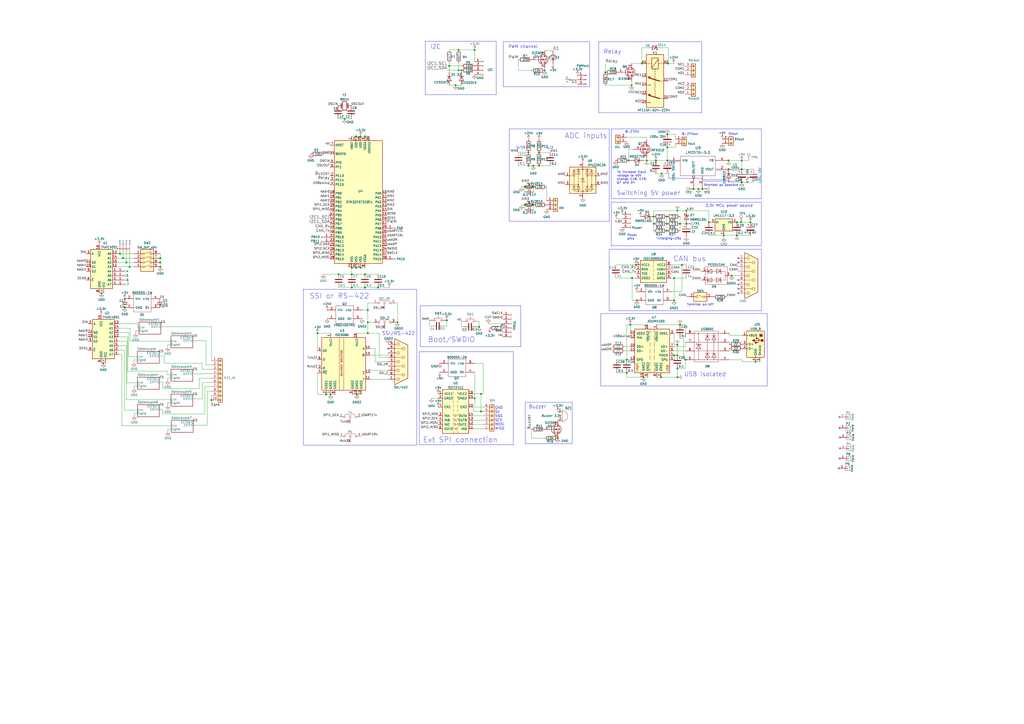
<source format=kicad_sch>
(kicad_sch (version 20231120) (generator "eeschema") (generator_version "8.0")
  (paper "A2")
  (title_block (title "STM32F0x2 based USB<>CAN converter (isolated)") (company "SAO RAS"))
  (lib_symbols
    (symbol "74xx:74HC4051"
      (property "Reference" "U" (at -5.08 11.43 0))
      (property "Value" "74HC4051" (at -7.62 -13.97 0))
      (symbol "74HC4051_1_1"
        (pin passive line (at 10.16 -2.54 180) (length 2.54) (name "A4") (number "1"))
        (pin input line (at -7.62 0 0) (length 2.54) (name "S1") (number "10"))
        (pin input line (at -7.62 2.54 0) (length 2.54) (name "S0") (number "11"))
        (pin passive line (at 10.16 0 180) (length 2.54) (name "A3") (number "12"))
        (pin passive line (at 10.16 7.62 180) (length 2.54) (name "A0") (number "13"))
        (pin passive line (at 10.16 5.08 180) (length 2.54) (name "A1") (number "14"))
        (pin passive line (at 10.16 2.54 180) (length 2.54) (name "A2") (number "15"))
        (pin power_in line (at 0 12.7 270) (length 2.54) (name "VCC") (number "16"))
        (pin passive line (at 10.16 -7.62 180) (length 2.54) (name "A6") (number "2"))
        (pin passive line (at -7.62 7.62 0) (length 2.54) (name "A") (number "3"))
        (pin passive line (at 10.16 -10.16 180) (length 2.54) (name "A7") (number "4"))
        (pin passive line (at 10.16 -5.08 180) (length 2.54) (name "A5") (number "5"))
        (pin input line (at -7.62 -7.62 0) (length 2.54) (name "~{E}") (number "6"))
        (pin power_in line (at 2.54 -15.24 90) (length 2.54) (name "VEE") (number "7"))
        (pin power_in line (at 0 -15.24 90) (length 2.54) (name "GND") (number "8"))
        (pin input line (at -7.62 -2.54 0) (length 2.54) (name "S2") (number "9"))
      )
    )
    (symbol "Connector:CONN_01X01" (pin_names (offset 1.016) hide)
      (property "Reference" "J" (at 0 2.54 0))
      (property "Value" "CONN_01X01" (at 2.54 0 90))
      (symbol "CONN_01X01_1_1"
        (pin passive line (at -5.08 0 0) (length 3.81) (name "P1") (number "1"))
      )
    )
    (symbol "Connector:Conn_01x01_Female" (pin_names (offset 1.016) hide)
      (property "Reference" "J" (at 0 2.54 0))
      (property "Value" "Conn_01x01_Female" (at 0 -2.54 0))
      (symbol "Conn_01x01_Female_1_1"
        (pin passive line (at -5.08 0 0) (length 3.81) (name "Pin_1") (number "1"))
      )
    )
    (symbol "Connector:Conn_01x03_Male" (pin_names (offset 1.016) hide)
      (property "Reference" "J" (at 0 5.08 0))
      (property "Value" "Conn_01x03_Male" (at 0 -5.08 0))
      (symbol "Conn_01x03_Male_1_1"
        (pin passive line (at 5.08 2.54 180) (length 3.81) (name "Pin_1") (number "1"))
        (pin passive line (at 5.08 0 180) (length 3.81) (name "Pin_2") (number "2"))
        (pin passive line (at 5.08 -2.54 180) (length 3.81) (name "Pin_3") (number "3"))
      )
    )
    (symbol "Connector:Conn_01x04_Female" (pin_names (offset 1.016) hide)
      (property "Reference" "J" (at 0 5.08 0))
      (property "Value" "Conn_01x04_Female" (at 0 -7.62 0))
      (symbol "Conn_01x04_Female_1_1"
        (pin passive line (at -5.08 2.54 0) (length 3.81) (name "Pin_1") (number "1"))
        (pin passive line (at -5.08 0 0) (length 3.81) (name "Pin_2") (number "2"))
        (pin passive line (at -5.08 -2.54 0) (length 3.81) (name "Pin_3") (number "3"))
        (pin passive line (at -5.08 -5.08 0) (length 3.81) (name "Pin_4") (number "4"))
      )
    )
    (symbol "Connector:Conn_01x06_Female" (pin_names (offset 1.016) hide)
      (property "Reference" "J" (at 0 7.62 0))
      (property "Value" "Conn_01x06_Female" (at 0 -10.16 0))
      (symbol "Conn_01x06_Female_1_1"
        (pin passive line (at -5.08 5.08 0) (length 3.81) (name "Pin_1") (number "1"))
        (pin passive line (at -5.08 2.54 0) (length 3.81) (name "Pin_2") (number "2"))
        (pin passive line (at -5.08 0 0) (length 3.81) (name "Pin_3") (number "3"))
        (pin passive line (at -5.08 -2.54 0) (length 3.81) (name "Pin_4") (number "4"))
        (pin passive line (at -5.08 -5.08 0) (length 3.81) (name "Pin_5") (number "5"))
        (pin passive line (at -5.08 -7.62 0) (length 3.81) (name "Pin_6") (number "6"))
      )
    )
    (symbol "Connector:DB9_Female" (pin_names (offset 1.016) hide)
      (property "Reference" "J" (at 0 13.97 0))
      (property "Value" "DB9_Female" (at 0 -14.605 0))
      (symbol "DB9_Female_1_1"
        (pin passive line (at -7.62 10.16 0) (length 3.81) (name "1") (number "1"))
        (pin passive line (at -7.62 5.08 0) (length 3.81) (name "2") (number "2"))
        (pin passive line (at -7.62 0 0) (length 3.81) (name "3") (number "3"))
        (pin passive line (at -7.62 -5.08 0) (length 3.81) (name "4") (number "4"))
        (pin passive line (at -7.62 -10.16 0) (length 3.81) (name "5") (number "5"))
        (pin passive line (at -7.62 7.62 0) (length 3.81) (name "6") (number "6"))
        (pin passive line (at -7.62 2.54 0) (length 3.81) (name "7") (number "7"))
        (pin passive line (at -7.62 -2.54 0) (length 3.81) (name "8") (number "8"))
        (pin passive line (at -7.62 -7.62 0) (length 3.81) (name "9") (number "9"))
      )
    )
    (symbol "Connector:Screw_Terminal_01x02" (pin_names (offset 1.016) hide)
      (property "Reference" "J" (at 0 2.54 0))
      (property "Value" "Screw_Terminal_01x02" (at 0 -5.08 0))
      (symbol "Screw_Terminal_01x02_1_1"
        (pin passive line (at -5.08 0 0) (length 3.81) (name "Pin_1") (number "1"))
        (pin passive line (at -5.08 -2.54 0) (length 3.81) (name "Pin_2") (number "2"))
      )
    )
    (symbol "Connector:Screw_Terminal_01x03" (pin_names (offset 1.016) hide)
      (property "Reference" "J" (at 0 5.08 0))
      (property "Value" "Screw_Terminal_01x03" (at 0 -5.08 0))
      (symbol "Screw_Terminal_01x03_1_1"
        (pin passive line (at -5.08 2.54 0) (length 3.81) (name "Pin_1") (number "1"))
        (pin passive line (at -5.08 0 0) (length 3.81) (name "Pin_2") (number "2"))
        (pin passive line (at -5.08 -2.54 0) (length 3.81) (name "Pin_3") (number "3"))
      )
    )
    (symbol "Connector:Screw_Terminal_01x06" (pin_names (offset 1.016) hide)
      (property "Reference" "J" (at 0 7.62 0))
      (property "Value" "Screw_Terminal_01x06" (at 0 -10.16 0))
      (symbol "Screw_Terminal_01x06_1_1"
        (pin passive line (at -5.08 5.08 0) (length 3.81) (name "Pin_1") (number "1"))
        (pin passive line (at -5.08 2.54 0) (length 3.81) (name "Pin_2") (number "2"))
        (pin passive line (at -5.08 0 0) (length 3.81) (name "Pin_3") (number "3"))
        (pin passive line (at -5.08 -2.54 0) (length 3.81) (name "Pin_4") (number "4"))
        (pin passive line (at -5.08 -5.08 0) (length 3.81) (name "Pin_5") (number "5"))
        (pin passive line (at -5.08 -7.62 0) (length 3.81) (name "Pin_6") (number "6"))
      )
    )
    (symbol "Connector:Screw_Terminal_01x10" (pin_names (offset 1.016) hide)
      (property "Reference" "J" (at 0 12.7 0))
      (property "Value" "Screw_Terminal_01x10" (at 0 -15.24 0))
      (symbol "Screw_Terminal_01x10_1_1"
        (pin passive line (at -5.08 10.16 0) (length 3.81) (name "Pin_1") (number "1"))
        (pin passive line (at -5.08 -12.7 0) (length 3.81) (name "Pin_10") (number "10"))
        (pin passive line (at -5.08 7.62 0) (length 3.81) (name "Pin_2") (number "2"))
        (pin passive line (at -5.08 5.08 0) (length 3.81) (name "Pin_3") (number "3"))
        (pin passive line (at -5.08 2.54 0) (length 3.81) (name "Pin_4") (number "4"))
        (pin passive line (at -5.08 0 0) (length 3.81) (name "Pin_5") (number "5"))
        (pin passive line (at -5.08 -2.54 0) (length 3.81) (name "Pin_6") (number "6"))
        (pin passive line (at -5.08 -5.08 0) (length 3.81) (name "Pin_7") (number "7"))
        (pin passive line (at -5.08 -7.62 0) (length 3.81) (name "Pin_8") (number "8"))
        (pin passive line (at -5.08 -10.16 0) (length 3.81) (name "Pin_9") (number "9"))
      )
    )
    (symbol "Connector:TestPoint" (pin_numbers hide) (pin_names (offset 0.762) hide)
      (property "Reference" "TP" (at 0 6.858 0))
      (property "Value" "TestPoint" (at 0 5.08 0))
      (symbol "TestPoint_1_1"
        (pin passive line (at 0 0 90) (length 2.54) (name "1") (number "1"))
      )
    )
    (symbol "Connector:USB_B" (pin_names (offset 1.016))
      (property "Reference" "J" (at -5.08 11.43 0))
      (property "Value" "USB_B" (at -5.08 8.89 0))
      (symbol "USB_B_1_1"
        (pin power_out line (at 7.62 5.08 180) (length 2.54) (name "VBUS") (number "1"))
        (pin bidirectional line (at 7.62 -2.54 180) (length 2.54) (name "D-") (number "2"))
        (pin bidirectional line (at 7.62 0 180) (length 2.54) (name "D+") (number "3"))
        (pin power_out line (at 0 -10.16 90) (length 2.54) (name "GND") (number "4"))
        (pin passive line (at -2.54 -10.16 90) (length 2.54) (name "Shield") (number "5"))
      )
    )
    (symbol "Device:Buzzer" (pin_names (offset 0.0254) hide)
      (property "Reference" "BZ" (at 3.81 1.27 0))
      (property "Value" "Buzzer" (at 3.81 -1.27 0))
      (symbol "Buzzer_1_1"
        (pin passive line (at -2.54 2.54 0) (length 2.54) (name "-") (number "1"))
        (pin passive line (at -2.54 -2.54 0) (length 2.54) (name "+") (number "2"))
      )
    )
    (symbol "Device:C" (pin_numbers hide) (pin_names (offset 0.254))
      (property "Reference" "C" (at 0.635 2.54 0))
      (property "Value" "C" (at 0.635 -2.54 0))
      (symbol "C_1_1"
        (pin passive line (at 0 3.81 270) (length 2.794) (name "~") (number "1"))
        (pin passive line (at 0 -3.81 90) (length 2.794) (name "~") (number "2"))
      )
    )
    (symbol "Device:C_Polarized" (pin_numbers hide) (pin_names (offset 0.254))
      (property "Reference" "C" (at 0.635 2.54 0))
      (property "Value" "C_Polarized" (at 0.635 -2.54 0))
      (symbol "C_Polarized_1_1"
        (pin passive line (at 0 3.81 270) (length 2.794) (name "~") (number "1"))
        (pin passive line (at 0 -3.81 90) (length 2.794) (name "~") (number "2"))
      )
    )
    (symbol "Device:C_Small" (pin_numbers hide) (pin_names (offset 0.254) hide)
      (property "Reference" "C" (at 0.254 1.778 0))
      (property "Value" "C_Small" (at 0.254 -2.032 0))
      (symbol "C_Small_1_1"
        (pin passive line (at 0 2.54 270) (length 2.032) (name "~") (number "1"))
        (pin passive line (at 0 -2.54 90) (length 2.032) (name "~") (number "2"))
      )
    )
    (symbol "Device:Crystal" (pin_numbers hide) (pin_names (offset 1.016) hide)
      (property "Reference" "Y" (at 0 3.81 0))
      (property "Value" "Crystal" (at 0 -3.81 0))
      (symbol "Crystal_1_1"
        (pin passive line (at -3.81 0 0) (length 1.27) (name "1") (number "1"))
        (pin passive line (at 3.81 0 180) (length 1.27) (name "2") (number "2"))
      )
    )
    (symbol "Device:D" (pin_numbers hide) (pin_names (offset 1.016) hide)
      (property "Reference" "D" (at 0 2.54 0))
      (property "Value" "D" (at 0 -2.54 0))
      (symbol "D_1_1"
        (pin passive line (at -3.81 0 0) (length 2.54) (name "K") (number "1"))
        (pin passive line (at 3.81 0 180) (length 2.54) (name "A") (number "2"))
      )
    )
    (symbol "Device:D_Schottky" (pin_numbers hide) (pin_names (offset 1.016) hide)
      (property "Reference" "D" (at 0 2.54 0))
      (property "Value" "D_Schottky" (at 0 -2.54 0))
      (symbol "D_Schottky_1_1"
        (pin passive line (at -3.81 0 0) (length 2.54) (name "K") (number "1"))
        (pin passive line (at 3.81 0 180) (length 2.54) (name "A") (number "2"))
      )
    )
    (symbol "Device:D_Zener" (pin_numbers hide) (pin_names (offset 1.016) hide)
      (property "Reference" "D" (at 0 2.54 0))
      (property "Value" "D_Zener" (at 0 -2.54 0))
      (symbol "D_Zener_1_1"
        (pin passive line (at -3.81 0 0) (length 2.54) (name "K") (number "1"))
        (pin passive line (at 3.81 0 180) (length 2.54) (name "A") (number "2"))
      )
    )
    (symbol "Device:L" (pin_numbers hide) (pin_names (offset 1.016) hide)
      (property "Reference" "L" (at -1.27 0 90))
      (property "Value" "L" (at 1.905 0 90))
      (symbol "L_1_1"
        (pin passive line (at 0 3.81 270) (length 1.27) (name "1") (number "1"))
        (pin passive line (at 0 -3.81 90) (length 1.27) (name "2") (number "2"))
      )
    )
    (symbol "Device:Q_NMOS_GSD" (pin_names (offset 0) hide)
      (property "Reference" "Q" (at 5.08 1.27 0))
      (property "Value" "Q_NMOS_GSD" (at 5.08 -1.27 0))
      (symbol "Q_NMOS_GSD_1_1"
        (pin input line (at -5.08 0 0) (length 2.54) (name "G") (number "1"))
        (pin passive line (at 2.54 -5.08 90) (length 2.54) (name "S") (number "2"))
        (pin passive line (at 2.54 5.08 270) (length 2.54) (name "D") (number "3"))
      )
    )
    (symbol "Device:R" (pin_numbers hide) (pin_names (offset 0))
      (property "Reference" "R" (at 2.032 0 90))
      (property "Value" "R" (at 0 0 90))
      (symbol "R_1_1"
        (pin passive line (at 0 3.81 270) (length 1.27) (name "~") (number "1"))
        (pin passive line (at 0 -3.81 90) (length 1.27) (name "~") (number "2"))
      )
    )
    (symbol "Device:R_Potentiometer_Small" (pin_names (offset 1.016) hide)
      (property "Reference" "RV" (at -4.445 0 90))
      (property "Value" "R_Potentiometer_Small" (at -2.54 0 90))
      (symbol "R_Potentiometer_Small_1_1"
        (pin passive line (at 0 2.54 270) (length 0.635) (name "1") (number "1"))
        (pin passive line (at 2.54 0 180) (length 0.9906) (name "2") (number "2"))
        (pin passive line (at 0 -2.54 90) (length 0.635) (name "3") (number "3"))
      )
    )
    (symbol "Interface_CAN_LIN:ISO1050DUB"
      (property "Reference" "U" (at -6.35 6.35 0))
      (property "Value" "ISO1050DUB" (at 2.54 6.35 0))
      (symbol "ISO1050DUB_1_1"
        (pin power_in line (at -10.16 2.54 0) (length 2.54) (name "VCC1") (number "1"))
        (pin output line (at -10.16 0 0) (length 2.54) (name "RXD") (number "2"))
        (pin input line (at -10.16 -2.54 0) (length 2.54) (name "TXD") (number "3"))
        (pin power_in line (at -10.16 -5.08 0) (length 2.54) (name "GND1") (number "4"))
        (pin power_in line (at 10.16 -5.08 180) (length 2.54) (name "GND2") (number "5"))
        (pin bidirectional line (at 10.16 -2.54 180) (length 2.54) (name "CANL") (number "6"))
        (pin bidirectional line (at 10.16 0 180) (length 2.54) (name "CANH") (number "7"))
        (pin power_in line (at 10.16 2.54 180) (length 2.54) (name "VCC2") (number "8"))
      )
    )
    (symbol "Interface_USB:ADUM4160" (pin_names (offset 1.016))
      (property "Reference" "U" (at -10.16 13.97 0))
      (property "Value" "ADUM4160" (at 3.81 13.97 0))
      (symbol "ADUM4160_0_0"
        (text "Logic" (at 8.89 -12.065 900) (effects (font (size 1.27 1.27)) (justify left)))
      )
      (symbol "ADUM4160_1_0"
        (text "USB" (at -8.89 -12.065 900) (effects (font (size 1.27 1.27)) (justify left)))
      )
      (symbol "ADUM4160_1_1"
        (pin power_in line (at -2.54 15.24 270) (length 2.54) (name "VBUS1") (number "1"))
        (pin bidirectional line (at 12.7 2.54 180) (length 2.54) (name "DD+") (number "10"))
        (pin bidirectional line (at 12.7 0 180) (length 2.54) (name "DD-") (number "11"))
        (pin input line (at 12.7 7.62 180) (length 2.54) (name "PIN") (number "12"))
        (pin input line (at 12.7 -5.08 180) (length 2.54) (name "SPD") (number "13"))
        (pin power_in line (at 12.7 10.16 180) (length 2.54) (name "VDD2") (number "14"))
        (pin power_in line (at 5.08 -15.24 90) (length 2.54) (name "GND2") (number "15"))
        (pin power_in line (at 2.54 15.24 270) (length 2.54) (name "VBUS2") (number "16"))
        (pin power_in line (at -5.08 -15.24 90) (length 2.54) (name "GND1") (number "2"))
        (pin power_in line (at -12.7 10.16 0) (length 2.54) (name "VDD1") (number "3"))
        (pin input line (at -12.7 -2.54 0) (length 2.54) (name "PDEN") (number "4"))
        (pin input line (at -12.7 -5.08 0) (length 2.54) (name "SPU") (number "5"))
        (pin bidirectional line (at -12.7 0 0) (length 2.54) (name "UD-") (number "6"))
        (pin bidirectional line (at -12.7 2.54 0) (length 2.54) (name "UD+") (number "7"))
        (pin power_in line (at -2.54 -15.24 90) (length 2.54) (name "GND1") (number "8"))
        (pin power_in line (at 2.54 -15.24 90) (length 2.54) (name "GND2") (number "9"))
      )
    )
    (symbol "Isolator:ISO7341C" (pin_names (offset 1.016))
      (property "Reference" "U" (at 0 15.875 0))
      (property "Value" "ISO7341C" (at 0 13.97 0))
      (symbol "ISO7341C_1_1"
        (pin power_in line (at -10.16 10.16 0) (length 2.54) (name "VCC1") (number "1"))
        (pin input line (at 10.16 2.54 180) (length 2.54) (name "EN2") (number "10"))
        (pin input line (at 10.16 -10.16 180) (length 2.54) (name "IND") (number "11"))
        (pin output line (at 10.16 -7.62 180) (length 2.54) (name "OUTC") (number "12"))
        (pin output line (at 10.16 -5.08 180) (length 2.54) (name "OUTB") (number "13"))
        (pin output line (at 10.16 -2.54 180) (length 2.54) (name "OUTA") (number "14"))
        (pin power_in line (at 10.16 7.62 180) (length 2.54) (name "GND2") (number "15"))
        (pin power_in line (at 10.16 10.16 180) (length 2.54) (name "VCC2") (number "16"))
        (pin power_in line (at -10.16 7.62 0) (length 2.54) (name "GND1") (number "2"))
        (pin input line (at -10.16 -2.54 0) (length 2.54) (name "INA") (number "3"))
        (pin input line (at -10.16 -5.08 0) (length 2.54) (name "INB") (number "4"))
        (pin input line (at -10.16 -7.62 0) (length 2.54) (name "INC") (number "5"))
        (pin output line (at -10.16 -10.16 0) (length 2.54) (name "OUTD") (number "6"))
        (pin input line (at -10.16 2.54 0) (length 2.54) (name "EN1") (number "7"))
        (pin passive line (at -10.16 7.62 0) (length 2.54) hide (name "GND1") (number "8"))
        (pin passive line (at 10.16 7.62 180) (length 2.54) hide (name "GND2") (number "9"))
      )
    )
    (symbol "Jumper:Jumper_3_Open" (pin_names (offset 0) hide)
      (property "Reference" "JP" (at -2.54 -2.54 0))
      (property "Value" "Jumper_3_Open" (at 0 2.794 0))
      (symbol "Jumper_3_Open_1_1"
        (pin passive line (at -6.35 0 0) (length 2.54) (name "A") (number "1"))
        (pin passive line (at 0 -3.81 90) (length 2.54) (name "C") (number "2"))
        (pin passive line (at 6.35 0 180) (length 2.54) (name "B") (number "3"))
      )
    )
    (symbol "MCU_ST_STM32F0:STM32F072C8Tx"
      (property "Reference" "U" (at -15.24 36.83 0))
      (property "Value" "STM32F072C8Tx" (at 7.62 36.83 0))
      (symbol "STM32F072C8Tx_1_1"
        (pin power_in line (at -5.08 38.1 270) (length 2.54) (name "VBAT") (number "1"))
        (pin bidirectional line (at 15.24 5.08 180) (length 2.54) (name "PA0") (number "10"))
        (pin bidirectional line (at 15.24 2.54 180) (length 2.54) (name "PA1") (number "11"))
        (pin bidirectional line (at 15.24 0 180) (length 2.54) (name "PA2") (number "12"))
        (pin bidirectional line (at 15.24 -2.54 180) (length 2.54) (name "PA3") (number "13"))
        (pin bidirectional line (at 15.24 -5.08 180) (length 2.54) (name "PA4") (number "14"))
        (pin bidirectional line (at 15.24 -7.62 180) (length 2.54) (name "PA5") (number "15"))
        (pin bidirectional line (at 15.24 -10.16 180) (length 2.54) (name "PA6") (number "16"))
        (pin bidirectional line (at 15.24 -12.7 180) (length 2.54) (name "PA7") (number "17"))
        (pin bidirectional line (at -17.78 5.08 0) (length 2.54) (name "PB0") (number "18"))
        (pin bidirectional line (at -17.78 2.54 0) (length 2.54) (name "PB1") (number "19"))
        (pin bidirectional line (at -17.78 15.24 0) (length 2.54) (name "PC13") (number "2"))
        (pin bidirectional line (at -17.78 0 0) (length 2.54) (name "PB2") (number "20"))
        (pin bidirectional line (at -17.78 -20.32 0) (length 2.54) (name "PB10") (number "21"))
        (pin bidirectional line (at -17.78 -22.86 0) (length 2.54) (name "PB11") (number "22"))
        (pin power_in line (at -5.08 -38.1 90) (length 2.54) (name "VSS") (number "23"))
        (pin power_in line (at -2.54 38.1 270) (length 2.54) (name "VDD") (number "24"))
        (pin bidirectional line (at -17.78 -25.4 0) (length 2.54) (name "PB12") (number "25"))
        (pin bidirectional line (at -17.78 -27.94 0) (length 2.54) (name "PB13") (number "26"))
        (pin bidirectional line (at -17.78 -30.48 0) (length 2.54) (name "PB14") (number "27"))
        (pin bidirectional line (at -17.78 -33.02 0) (length 2.54) (name "PB15") (number "28"))
        (pin bidirectional line (at 15.24 -15.24 180) (length 2.54) (name "PA8") (number "29"))
        (pin bidirectional line (at -17.78 12.7 0) (length 2.54) (name "PC14") (number "3"))
        (pin bidirectional line (at 15.24 -17.78 180) (length 2.54) (name "PA9") (number "30"))
        (pin bidirectional line (at 15.24 -20.32 180) (length 2.54) (name "PA10") (number "31"))
        (pin bidirectional line (at 15.24 -22.86 180) (length 2.54) (name "PA11") (number "32"))
        (pin bidirectional line (at 15.24 -25.4 180) (length 2.54) (name "PA12") (number "33"))
        (pin bidirectional line (at 15.24 -27.94 180) (length 2.54) (name "PA13") (number "34"))
        (pin power_in line (at -2.54 -38.1 90) (length 2.54) (name "VSS") (number "35"))
        (pin power_in line (at 5.08 38.1 270) (length 2.54) (name "VDDIO2") (number "36"))
        (pin bidirectional line (at 15.24 -30.48 180) (length 2.54) (name "PA14") (number "37"))
        (pin bidirectional line (at 15.24 -33.02 180) (length 2.54) (name "PA15") (number "38"))
        (pin bidirectional line (at -17.78 -2.54 0) (length 2.54) (name "PB3") (number "39"))
        (pin bidirectional line (at -17.78 10.16 0) (length 2.54) (name "PC15") (number "4"))
        (pin bidirectional line (at -17.78 -5.08 0) (length 2.54) (name "PB4") (number "40"))
        (pin bidirectional line (at -17.78 -7.62 0) (length 2.54) (name "PB5") (number "41"))
        (pin bidirectional line (at -17.78 -10.16 0) (length 2.54) (name "PB6") (number "42"))
        (pin bidirectional line (at -17.78 -12.7 0) (length 2.54) (name "PB7") (number "43"))
        (pin input line (at -17.78 27.94 0) (length 2.54) (name "BOOT0") (number "44"))
        (pin bidirectional line (at -17.78 -15.24 0) (length 2.54) (name "PB8") (number "45"))
        (pin bidirectional line (at -17.78 -17.78 0) (length 2.54) (name "PB9") (number "46"))
        (pin power_in line (at 0 -38.1 90) (length 2.54) (name "VSS") (number "47"))
        (pin power_in line (at 0 38.1 270) (length 2.54) (name "VDD") (number "48"))
        (pin input line (at -17.78 22.86 0) (length 2.54) (name "PF0") (number "5"))
        (pin input line (at -17.78 20.32 0) (length 2.54) (name "PF1") (number "6"))
        (pin input line (at -17.78 33.02 0) (length 2.54) (name "NRST") (number "7"))
        (pin power_in line (at 2.54 -38.1 90) (length 2.54) (name "VSSA") (number "8"))
        (pin power_in line (at 2.54 38.1 270) (length 2.54) (name "VDDA") (number "9"))
      )
    )
    (symbol "Power_Protection:USBLC6-4SC6" (pin_names hide)
      (property "Reference" "U" (at 2.54 8.89 0))
      (property "Value" "USBLC6-4SC6" (at 2.54 -8.89 0))
      (symbol "USBLC6-4SC6_1_1"
        (pin passive line (at -10.16 2.54 0) (length 2.54) (name "I/O1") (number "1"))
        (pin passive line (at 0 -10.16 90) (length 2.54) (name "GND") (number "2"))
        (pin passive line (at -10.16 -2.54 0) (length 2.54) (name "I/O2") (number "3"))
        (pin passive line (at 10.16 2.54 180) (length 2.54) (name "I/O3") (number "4"))
        (pin passive line (at 0 10.16 270) (length 2.54) (name "VBUS") (number "5"))
        (pin passive line (at 10.16 -2.54 180) (length 2.54) (name "I/O4") (number "6"))
      )
    )
    (symbol "Regulator_Linear:LM1117-3.3" (pin_names (offset 0.254))
      (property "Reference" "U" (at -3.81 3.175 0))
      (property "Value" "LM1117-3.3" (at 0 3.175 0))
      (symbol "LM1117-3.3_1_1"
        (pin power_in line (at 0 -7.62 90) (length 2.54) (name "GND") (number "1"))
        (pin power_out line (at 7.62 0 180) (length 2.54) (name "VO") (number "2"))
        (pin power_in line (at -7.62 0 0) (length 2.54) (name "VI") (number "3"))
      )
    )
    (symbol "Relay:FINDER-41.52"
      (property "Reference" "K" (at 16.51 3.81 0))
      (property "Value" "FINDER-41.52" (at 16.51 1.27 0))
      (symbol "FINDER-41.52_1_1"
        (pin passive line (at 0 -7.62 90) (length 2.54) (name "~") (number "11"))
        (pin passive line (at -2.54 7.62 270) (length 2.54) (name "~") (number "12"))
        (pin passive line (at 2.54 7.62 270) (length 2.54) (name "~") (number "14"))
        (pin passive line (at 10.16 -7.62 90) (length 2.54) (name "~") (number "21"))
        (pin passive line (at 7.62 7.62 270) (length 2.54) (name "~") (number "22"))
        (pin passive line (at 12.7 7.62 270) (length 2.54) (name "~") (number "24"))
        (pin passive line (at -10.16 7.62 270) (length 2.54) (name "~") (number "A1"))
        (pin passive line (at -10.16 -7.62 90) (length 2.54) (name "~") (number "A2"))
      )
    )
    (symbol "Switch:SW_DIP_x01" (pin_names (offset 0) hide)
      (property "Reference" "SW" (at 0 3.81 0))
      (property "Value" "SW_DIP_x01" (at 0 -3.81 0))
      (symbol "SW_DIP_x01_1_1"
        (pin passive line (at -7.62 0 0) (length 5.08) (name "~") (number "1"))
        (pin passive line (at 7.62 0 180) (length 5.08) (name "~") (number "2"))
      )
    )
    (symbol "Switch:SW_DIP_x04" (pin_names (offset 0) hide)
      (property "Reference" "SW" (at 0 8.89 0))
      (property "Value" "SW_DIP_x04" (at 0 -6.35 0))
      (symbol "SW_DIP_x04_1_1"
        (pin passive line (at -7.62 5.08 0) (length 5.08) (name "~") (number "1"))
        (pin passive line (at -7.62 2.54 0) (length 5.08) (name "~") (number "2"))
        (pin passive line (at -7.62 0 0) (length 5.08) (name "~") (number "3"))
        (pin passive line (at -7.62 -2.54 0) (length 5.08) (name "~") (number "4"))
        (pin passive line (at 7.62 -2.54 180) (length 5.08) (name "~") (number "5"))
        (pin passive line (at 7.62 0 180) (length 5.08) (name "~") (number "6"))
        (pin passive line (at 7.62 2.54 180) (length 5.08) (name "~") (number "7"))
        (pin passive line (at 7.62 5.08 180) (length 5.08) (name "~") (number "8"))
      )
    )
    (symbol "Switch:SW_Push" (pin_numbers hide) (pin_names (offset 1.016) hide)
      (property "Reference" "SW" (at 1.27 2.54 0))
      (property "Value" "SW_Push" (at 0 -1.524 0))
      (symbol "SW_Push_0_1"
        (pin passive line (at -5.08 0 0) (length 2.54) (name "1") (number "1"))
        (pin passive line (at 5.08 0 180) (length 2.54) (name "2") (number "2"))
      )
    )
    (symbol "elements:B0505S" (pin_names (offset 1.016))
      (property "Reference" "Q?" (at 0 6.35 0))
      (property "Value" "B0505S" (at 0 -6.35 0))
      (symbol "B0505S_1_1"
        (pin power_in line (at -10.16 -2.54 0) (length 5.08) (name "GND") (number "1"))
        (pin power_in line (at -10.16 2.54 0) (length 5.08) (name "Vin") (number "2"))
        (pin power_out line (at 10.16 -2.54 180) (length 5.08) (name "0V") (number "3"))
        (pin power_out line (at 10.16 2.54 180) (length 5.08) (name "+Vo") (number "4"))
      )
    )
    (symbol "elements:B0505S-2W" (pin_names (offset 1.016))
      (property "Reference" "Q?" (at 0 6.35 0))
      (property "Value" "B0505S-2W" (at 0 -6.35 0))
      (symbol "B0505S-2W_1_1"
        (pin power_in line (at -10.16 -2.54 0) (length 5.08) (name "GND") (number "1"))
        (pin power_in line (at -10.16 2.54 0) (length 5.08) (name "Vin") (number "2"))
        (pin power_out line (at 10.16 -2.54 180) (length 5.08) (name "0V") (number "4"))
        (pin power_out line (at 10.16 2.54 180) (length 5.08) (name "+Vo") (number "6"))
      )
    )
    (symbol "elements:IRF9310" (pin_names (offset 0) hide)
      (property "Reference" "Q" (at 5.08 1.27 0))
      (property "Value" "IRF9310" (at 5.08 -1.27 0))
      (symbol "IRF9310_1_1"
        (pin passive line (at 2.54 -5.08 90) (length 2.54) hide (name "S") (number "1"))
        (pin passive line (at 2.54 -5.08 90) (length 2.54) hide (name "S") (number "2"))
        (pin passive line (at 2.54 -5.08 90) (length 2.54) (name "S") (number "3"))
        (pin input line (at -5.08 0 0) (length 5.08) (name "G") (number "4"))
        (pin passive line (at 2.54 5.08 270) (length 2.54) (name "D") (number "5"))
        (pin passive line (at 2.54 5.08 270) (length 2.54) hide (name "D") (number "6"))
        (pin passive line (at 2.54 5.08 270) (length 2.54) hide (name "D") (number "7"))
        (pin passive line (at 2.54 5.08 270) (length 2.54) hide (name "D") (number "8"))
      )
    )
    (symbol "elements:PESD1CAN" (pin_names (offset 0.762) hide)
      (property "Reference" "D" (at 0 -8.89 0))
      (property "Value" "PESD1CAN" (at 1.27 3.81 0))
      (symbol "PESD1CAN_0_1"
        (pin passive line (at -7.62 0 0) (length 3.81) (name "K") (number "1"))
        (pin passive line (at -7.62 -5.08 0) (length 3.81) (name "K") (number "2"))
        (pin passive line (at 10.16 -2.54 180) (length 3.81) (name "O") (number "3"))
      )
    )
    (symbol "elements:USB6B1" (pin_names (offset 0.762) hide)
      (property "Reference" "D" (at 0 -11.43 0))
      (property "Value" "USB6B1" (at 0 10.16 0))
      (symbol "USB6B1_1_1"
        (pin passive line (at -12.7 7.62 0) (length 5.08) (name "VCC") (number "1"))
        (pin passive line (at -12.7 2.54 0) (length 5.08) (name "I/O1") (number "2"))
        (pin passive line (at -12.7 -2.54 0) (length 5.08) (name "I/O2") (number "3"))
        (pin passive line (at -12.7 -7.62 0) (length 5.08) (name "GND") (number "4"))
        (pin passive line (at 12.7 -7.62 180) (length 5.08) (name "GND") (number "5"))
        (pin passive line (at 12.7 -2.54 180) (length 5.08) (name "I/O2") (number "6"))
        (pin passive line (at 12.7 2.54 180) (length 5.08) (name "I/O1") (number "7"))
        (pin passive line (at 12.7 7.62 180) (length 5.08) (name "VCC") (number "8"))
      )
    )
    (symbol "elements:VRB2405YMD" (pin_names (offset 1.016))
      (property "Reference" "Q?" (at 0 6.35 0))
      (property "Value" "VRB2405YMD" (at 0 -6.35 0))
      (symbol "VRB2405YMD_1_1"
        (pin power_in line (at -10.16 -2.54 0) (length 5.08) (name "GND") (number "1"))
        (pin power_in line (at -10.16 2.54 0) (length 5.08) (name "Vin") (number "2"))
        (pin power_out line (at 10.16 2.54 180) (length 5.08) (name "+Vo") (number "3"))
        (pin power_out line (at 10.16 -2.54 180) (length 5.08) (name "0V") (number "5"))
      )
    )
    (symbol "iso3086:ISO3086"
      (property "Reference" "U" (at 0 20.32 0))
      (property "Value" "ISO3086" (at 0 17.78 0))
      (symbol "ISO3086_0_0"
        (text "GALVANIC ISOLATION" (at 0 0.508 900) (effects (font (size 1.016 1.016))))
      )
      (symbol "ISO3086_1_1"
        (pin power_in line (at -6.35 17.78 270) (length 2.54) (name "Vcc1") (number "1"))
        (pin power_in line (at 8.89 -17.78 90) (length 2.54) (name "GND2") (number "10"))
        (pin bidirectional line (at 16.51 -8.89 180) (length 2.54) (name "Y") (number "11"))
        (pin bidirectional line (at 16.51 -5.08 180) (length 2.54) (name "Z") (number "12"))
        (pin bidirectional line (at 16.51 5.08 180) (length 2.54) (name "B") (number "13"))
        (pin bidirectional line (at 16.51 8.89 180) (length 2.54) (name "A") (number "14"))
        (pin power_in line (at 11.43 -17.78 90) (length 2.54) (name "GND2") (number "15"))
        (pin power_in line (at 8.89 17.78 270) (length 2.54) (name "Vcc2") (number "16"))
        (pin power_in line (at -8.89 -17.78 90) (length 2.54) (name "GND1") (number "2"))
        (pin output line (at -13.97 -2.54 0) (length 2.54) (name "R") (number "3"))
        (pin input line (at -13.97 -5.08 0) (length 2.54) (name "~{RE}") (number "4"))
        (pin input line (at -13.97 7.62 0) (length 2.54) (name "DE") (number "5"))
        (pin input line (at -13.97 2.54 0) (length 2.54) (name "D") (number "6"))
        (pin power_in line (at -6.35 -17.78 90) (length 2.54) (name "GND1") (number "7"))
        (pin power_in line (at -3.81 -17.78 90) (length 2.54) (name "GND1") (number "8"))
        (pin power_in line (at 6.35 -17.78 90) (length 2.54) (name "GND2") (number "9"))
      )
    )
    (symbol "power:+24V" (power) (pin_names (offset 0))
      (property "Value" "+24V" (at 0 3.556 0))
      (symbol "+24V_1_1"
        (pin power_in line (at 0 0 90) (length 0) hide (name "+24V") (number "1"))
      )
    )
    (symbol "power:+3.3V" (power) (pin_names (offset 0))
      (property "Value" "+3.3V" (at 0 3.556 0))
      (symbol "+3.3V_1_1"
        (pin power_in line (at 0 0 90) (length 0) hide (name "+3.3V") (number "1"))
      )
    )
    (symbol "power:+5V" (power) (pin_names (offset 0))
      (property "Value" "+5V" (at 0 3.556 0))
      (symbol "+5V_1_1"
        (pin power_in line (at 0 0 90) (length 0) hide (name "+5V") (number "1"))
      )
    )
    (symbol "power:GND" (power) (pin_names (offset 0))
      (property "Value" "GND" (at 0 -3.81 0))
      (symbol "GND_1_1"
        (pin power_in line (at 0 0 270) (length 0) hide (name "GND") (number "1"))
      )
    )
    (symbol "power:GND1" (power) (pin_names (offset 0))
      (property "Value" "GND1" (at 0 -3.81 0))
      (symbol "GND1_1_1"
        (pin power_in line (at 0 0 270) (length 0) hide (name "GND1") (number "1"))
      )
    )
    (symbol "power:GND2" (power) (pin_names (offset 0))
      (property "Value" "GND2" (at 0 -3.81 0))
      (symbol "GND2_1_1"
        (pin power_in line (at 0 0 270) (length 0) hide (name "GND2") (number "1"))
      )
    )
    (symbol "power:PWR_FLAG" (power) (pin_numbers hide) (pin_names (offset 0) hide)
      (property "Value" "PWR_FLAG" (at 0 3.81 0))
      (symbol "PWR_FLAG_0_0"
        (pin power_out line (at 0 0 90) (length 0) (name "pwr") (number "1"))
      )
    )
    (symbol "stm32-rescue:+5V" (power) (pin_names (offset 0))
      (property "Value" "+5V" (at 0 3.556 0))
      (symbol "+5V_1_1"
        (pin power_in line (at 0 0 90) (length 0) hide (name "+5V") (number "1"))
      )
    )
    (symbol "stm32-rescue:C" (pin_numbers hide) (pin_names (offset 0.254))
      (property "Reference" "C" (at 0.635 2.54 0))
      (property "Value" "C" (at 0.635 -2.54 0))
      (symbol "C_1_1"
        (pin passive line (at 0 3.81 270) (length 2.794) (name "~") (number "1"))
        (pin passive line (at 0 -3.81 90) (length 2.794) (name "~") (number "2"))
      )
    )
    (symbol "stm32-rescue:CONN_01X01" (pin_names (offset 1.016) hide)
      (property "Reference" "J" (at 0 2.54 0))
      (property "Value" "CONN_01X01" (at 2.54 0 90))
      (symbol "CONN_01X01_1_1"
        (pin passive line (at -5.08 0 0) (length 3.81) (name "P1") (number "1"))
      )
    )
    (symbol "stm32-rescue:CP" (pin_numbers hide) (pin_names (offset 0.254))
      (property "Reference" "C" (at 0.635 2.54 0))
      (property "Value" "CP" (at 0.635 -2.54 0))
      (symbol "CP_1_1"
        (pin passive line (at 0 3.81 270) (length 2.794) (name "~") (number "1"))
        (pin passive line (at 0 -3.81 90) (length 2.794) (name "~") (number "2"))
      )
    )
    (symbol "stm32-rescue:PWR_FLAG" (power) (pin_numbers hide) (pin_names (offset 0) hide)
      (property "Value" "PWR_FLAG" (at 0 3.81 0))
      (symbol "PWR_FLAG_0_0"
        (pin power_out line (at 0 0 90) (length 0) (name "pwr") (number "1"))
      )
    )
    (symbol "stm32-rescue:R" (pin_numbers hide) (pin_names (offset 0))
      (property "Reference" "R" (at 2.032 0 90))
      (property "Value" "R" (at 0 0 90))
      (symbol "R_1_1"
        (pin passive line (at 0 3.81 270) (length 1.27) (name "~") (number "1"))
        (pin passive line (at 0 -3.81 90) (length 1.27) (name "~") (number "2"))
      )
    )
    (symbol "vreg:LM2576" (pin_names (offset 1.016))
      (property "Reference" "U" (at -8.89 6.35 0))
      (property "Value" "LM2576" (at 6.35 6.35 0))
      (symbol "LM2576_1_1"
        (pin power_in line (at -17.78 2.54 0) (length 7.62) (name "VIN") (number "1"))
        (pin power_out line (at 17.78 -2.54 180) (length 7.62) (name "VOUT") (number "2"))
        (pin power_in line (at 2.54 -13.97 90) (length 7.62) (name "GND") (number "3"))
        (pin input line (at 17.78 2.54 180) (length 7.62) (name "FB") (number "4"))
        (pin input inverted (at -2.54 -13.97 90) (length 7.62) (name "ON/OFF") (number "5"))
      )
    )
  )
  (junction (at 189.23 228.854))
  (junction (at 391.033 174.244))
  (junction (at 309.499 108.458))
  (junction (at 363.601 216.281))
  (junction (at 435.356 128.905))
  (junction (at 391.033 206.121))
  (junction (at 387.604 36.83))
  (junction (at 392.938 218.821))
  (junction (at 196.469 159.131))
  (junction (at 75.184 154.813))
  (junction (at 211.709 166.751))
  (junction (at 366.649 161.29))
  (junction (at 392.938 200.025))
  (junction (at 191.77 228.854))
  (junction (at 219.329 166.751))
  (junction (at 430.276 98.171))
  (junction (at 386.842 129.794))
  (junction (at 92.964 149.733))
  (junction (at 394.462 129.794))
  (junction (at 312.674 88.519))
  (junction (at 419.862 136.525))
  (junction (at 73.279 152.273))
  (junction (at 213.36 193.294))
  (junction (at 380.492 93.091))
  (junction (at 323.596 254.127))
  (junction (at 392.938 206.121))
  (junction (at 72.39 173.355))
  (junction (at 59.944 210.693))
  (junction (at 266.065 40.767))
  (junction (at 368.935 153.67))
  (junction (at 306.578 96.139))
  (junction (at 71.374 149.733))
  (junction (at 369.443 174.244))
  (junction (at 309.372 96.139))
  (junction (at 309.499 118.872))
  (junction (at 391.033 161.29))
  (junction (at 199.898 68.961))
  (junction (at 213.36 186.944))
  (junction (at 383.413 218.821))
  (junction (at 207.01 228.854))
  (junction (at 92.964 152.273))
  (junction (at 267.716 40.767))
  (junction (at 213.36 179.832))
  (junction (at 264.287 49.403))
  (junction (at 209.169 79.121))
  (junction (at 211.709 79.121))
  (junction (at 206.629 79.121))
  (junction (at 315.976 40.894))
  (junction (at 209.169 155.321))
  (junction (at 411.226 128.905))
  (junction (at 379.222 129.794))
  (junction (at 429.895 128.905))
  (junction (at 405.13 109.601))
  (junction (at 230.632 186.944))
  (junction (at 351.155 41.91))
  (junction (at 72.39 178.435))
  (junction (at 387.096 93.091))
  (junction (at 392.938 213.741))
  (junction (at 394.462 188.341))
  (junction (at 304.419 118.872))
  (junction (at 398.145 129.794))
  (junction (at 304.419 108.458))
  (junction (at 204.089 155.321))
  (junction (at 279.019 238.633))
  (junction (at 363.601 208.661))
  (junction (at 206.629 155.321))
  (junction (at 430.276 105.791))
  (junction (at 69.596 147.193))
  (junction (at 387.096 77.851))
  (junction (at 387.096 85.471))
  (junction (at 422.656 98.171))
  (junction (at 275.336 28.956))
  (junction (at 277.876 189.611))
  (junction (at 211.709 159.131))
  (junction (at 312.674 96.139))
  (junction (at 204.089 159.131))
  (junction (at 427.482 136.525))
  (junction (at 438.277 209.804))
  (junction (at 379.222 125.603))
  (junction (at 392.938 122.174))
  (junction (at 398.145 122.174))
  (junction (at 366.395 49.53))
  (junction (at 364.744 93.091))
  (junction (at 260.604 38.227))
  (junction (at 184.15 193.294))
  (junction (at 204.089 166.751))
  (junction (at 375.158 93.091))
  (junction (at 58.928 170.053))
  (junction (at 402.336 109.601))
  (junction (at 122.682 232.029))
  (junction (at 430.276 93.091))
  (junction (at 386.842 125.603))
  (junction (at 424.434 159.893))
  (junction (at 275.336 231.013))
  (junction (at 395.605 153.67))
  (junction (at 259.207 185.801))
  (junction (at 373.253 218.821))
  (junction (at 279.019 228.473))
  (junction (at 266.065 28.956))
  (junction (at 422.656 93.091))
  (junction (at 383.794 100.711))
  (junction (at 407.416 109.601))
  (junction (at 386.842 133.858))
  (junction (at 365.633 188.341))
  (junction (at 397.637 208.661))
  (junction (at 92.964 154.813))
  (junction (at 372.364 36.83))
  (junction (at 306.578 88.392))
  (junction (at 427.482 128.905))
  (no_connect (at 486.537 271.653))
  (no_connect (at 225.171 202.184))
  (no_connect (at 487.172 260.096))
  (no_connect (at 428.244 152.273))
  (no_connect (at 428.244 149.733))
  (no_connect (at 428.244 164.973))
  (no_connect (at 428.244 167.513))
  (no_connect (at 428.244 170.053))
  (no_connect (at 428.244 162.433))
  (no_connect (at 191.389 124.841))
  (no_connect (at 486.918 241.935))
  (no_connect (at 486.918 248.285))
  (no_connect (at 487.172 253.746))
  (no_connect (at 487.045 265.938))
  (wire (pts (xy 365.633 208.661) (xy 363.601 208.661)))
  (wire (pts (xy 68.834 197.993) (xy 73.66 197.993)))
  (wire (pts (xy 427.482 128.905) (xy 429.895 128.905)))
  (wire (pts (xy 77.724 208.788) (xy 79.629 208.788)))
  (wire (pts (xy 430.276 93.091) (xy 422.656 93.091)))
  (wire (pts (xy 312.674 88.519) (xy 319.151 88.519)))
  (wire (pts (xy 315.976 40.894) (xy 315.976 39.624)))
  (wire (pts (xy 389.763 169.164) (xy 395.605 169.164)))
  (wire (pts (xy 78.74 193.294) (xy 78.74 191.897)))
  (wire (pts (xy 394.462 129.794) (xy 398.145 129.794)))
  (wire (pts (xy 207.01 228.854) (xy 209.55 228.854)))
  (wire (pts (xy 379.222 122.174) (xy 379.222 125.603)))
  (wire (pts (xy 96.901 217.297) (xy 99.187 217.297)))
  (wire (pts (xy 184.15 203.454) (xy 184.15 193.294)))
  (wire (pts (xy 204.089 159.131) (xy 211.709 159.131)))
  (wire (pts (xy 279.019 228.473) (xy 279.019 238.633)))
  (wire (pts (xy 75.184 146.177) (xy 75.184 154.813)))
  (wire (pts (xy 213.36 179.832) (xy 210.058 179.832)))
  (wire (pts (xy 430.276 105.791) (xy 422.656 105.791)))
  (wire (pts (xy 204.47 228.854) (xy 207.01 228.854)))
  (wire (pts (xy 419.862 136.525) (xy 427.482 136.525)))
  (wire (pts (xy 387.096 93.091) (xy 387.096 85.471)))
  (wire (pts (xy 72.009 237.871) (xy 79.756 237.871)))
  (wire (pts (xy 217.551 202.184) (xy 214.63 202.184)))
  (polyline (pts (xy 348.488 181.864) (xy 348.488 223.901)))
  (polyline (pts (xy 331.851 233.299) (xy 331.851 257.429)))
  (wire (pts (xy 280.289 210.82) (xy 275.336 210.82)))
  (wire (pts (xy 423.037 208.661) (xy 430.403 208.661)))
  (wire (pts (xy 309.372 96.139) (xy 312.674 96.139)))
  (wire (pts (xy 257.81 189.103) (xy 259.207 189.103)))
  (wire (pts (xy 302.514 118.872) (xy 304.419 118.872)))
  (wire (pts (xy 397.764 208.661) (xy 397.637 208.661)))
  (wire (pts (xy 122.682 232.029) (xy 122.682 235.712)))
  (wire (pts (xy 58.928 170.053) (xy 60.198 170.053)))
  (polyline (pts (xy 348.488 223.901) (xy 445.008 223.901)))
  (wire (pts (xy 362.458 203.581) (xy 365.633 203.581)))
  (wire (pts (xy 112.014 246.634) (xy 120.142 246.634)))
  (wire (pts (xy 398.145 122.174) (xy 411.226 122.174)))
  (wire (pts (xy 394.462 195.961) (xy 394.462 196.215)))
  (wire (pts (xy 423.037 198.501) (xy 423.037 199.644)))
  (wire (pts (xy 117.348 231.394) (xy 117.348 221.869)))
  (wire (pts (xy 274.447 248.793) (xy 280.289 248.793)))
  (polyline (pts (xy 176.022 167.64) (xy 176.022 258.191)))
  (wire (pts (xy 274.447 246.253) (xy 280.289 246.253)))
  (wire (pts (xy 396.621 208.661) (xy 396.621 196.215)))
  (wire (pts (xy 67.818 154.813) (xy 75.184 154.813)))
  (polyline (pts (xy 394.081 93.726) (xy 389.001 93.726)))
  (wire (pts (xy 73.152 231.775) (xy 99.187 231.775)))
  (polyline (pts (xy 389.001 93.726) (xy 389.001 94.488)))
  (wire (pts (xy 405.13 109.601) (xy 402.336 109.601)))
  (wire (pts (xy 219.329 166.751) (xy 219.329 166.624)))
  (polyline (pts (xy 291.973 24.13) (xy 342.011 24.13)))
  (wire (pts (xy 357.251 161.29) (xy 366.649 161.29)))
  (wire (pts (xy 122.682 189.611) (xy 122.682 209.169)))
  (wire (pts (xy 67.818 152.273) (xy 73.279 152.273)))
  (wire (pts (xy 213.36 193.294) (xy 213.36 186.944)))
  (wire (pts (xy 214.63 214.884) (xy 214.63 216.154)))
  (wire (pts (xy 111.887 231.394) (xy 117.348 231.394)))
  (wire (pts (xy 389.255 161.29) (xy 391.033 161.29)))
  (polyline (pts (xy 342.011 24.13) (xy 342.011 50.292)))
  (wire (pts (xy 275.336 28.956) (xy 275.336 35.687)))
  (wire (pts (xy 70.739 247.015) (xy 99.314 247.015)))
  (wire (pts (xy 304.419 108.458) (xy 304.419 111.379)))
  (polyline (pts (xy 354.457 117.221) (xy 441.706 117.221)))
  (polyline (pts (xy 445.008 223.901) (xy 445.008 181.864)))
  (wire (pts (xy 392.938 213.741) (xy 392.938 218.821)))
  (wire (pts (xy 119.507 211.709) (xy 122.682 211.709)))
  (wire (pts (xy 92.329 206.502) (xy 95.377 206.502)))
  (wire (pts (xy 317.119 108.458) (xy 317.119 116.332)))
  (wire (pts (xy 79.756 187.833) (xy 79.756 189.992)))
  (wire (pts (xy 300.736 96.012) (xy 306.578 96.012)))
  (wire (pts (xy 92.964 152.273) (xy 92.964 154.813)))
  (wire (pts (xy 184.15 216.154) (xy 184.15 228.854)))
  (wire (pts (xy 375.158 79.629) (xy 375.158 81.407)))
  (polyline (pts (xy 407.289 103.505) (xy 387.985 103.505)))
  (wire (pts (xy 209.169 79.121) (xy 211.709 79.121)))
  (polyline (pts (xy 302.133 201.041) (xy 243.713 201.041)))
  (wire (pts (xy 379.222 129.794) (xy 379.222 133.858)))
  (wire (pts (xy 300.736 34.544) (xy 300.736 40.894)))
  (polyline (pts (xy 347.345 24.13) (xy 347.345 65.405)))
  (wire (pts (xy 427.482 136.525) (xy 435.356 136.525)))
  (wire (pts (xy 77.724 210.185) (xy 77.724 208.788)))
  (wire (pts (xy 69.596 147.193) (xy 77.724 147.193)))
  (wire (pts (xy 373.253 218.821) (xy 363.601 218.821)))
  (wire (pts (xy 260.604 28.956) (xy 266.065 28.956)))
  (wire (pts (xy 97.282 233.68) (xy 99.187 233.68)))
  (wire (pts (xy 209.169 155.321) (xy 211.709 155.321)))
  (wire (pts (xy 395.605 153.67) (xy 398.145 153.67)))
  (wire (pts (xy 68.834 200.533) (xy 73.152 200.533)))
  (wire (pts (xy 250.317 231.013) (xy 254.127 231.013)))
  (wire (pts (xy 429.895 128.905) (xy 435.356 128.905)))
  (wire (pts (xy 214.63 205.994) (xy 225.171 205.994)))
  (wire (pts (xy 92.964 147.193) (xy 92.964 149.733)))
  (wire (pts (xy 391.033 193.421) (xy 391.033 200.025)))
  (wire (pts (xy 275.336 215.9) (xy 275.336 231.013)))
  (wire (pts (xy 94.234 240.157) (xy 118.872 240.157)))
  (wire (pts (xy 396.621 196.215) (xy 394.462 196.215)))
  (wire (pts (xy 122.682 229.489) (xy 122.682 232.029)))
  (wire (pts (xy 230.632 186.944) (xy 230.632 175.768)))
  (wire (pts (xy 357.251 153.67) (xy 368.935 153.67)))
  (polyline (pts (xy 175.895 167.894) (xy 241.681 167.894)))
  (wire (pts (xy 357.886 216.281) (xy 363.601 216.281)))
  (wire (pts (xy 300.736 40.894) (xy 308.356 40.894)))
  (wire (pts (xy 95.377 206.502) (xy 95.377 210.693)))
  (wire (pts (xy 363.601 218.821) (xy 363.601 216.281)))
  (wire (pts (xy 383.794 100.711) (xy 387.096 100.711)))
  (polyline (pts (xy 246.761 54.864) (xy 246.761 23.876)))
  (wire (pts (xy 375.158 93.091) (xy 375.158 91.567)))
  (wire (pts (xy 387.096 77.851) (xy 391.795 77.851)))
  (polyline (pts (xy 422.275 98.933) (xy 415.925 98.933)))
  (polyline (pts (xy 243.205 203.962) (xy 243.205 258.064)))
  (wire (pts (xy 392.938 213.614) (xy 392.938 213.741)))
  (polyline (pts (xy 415.925 98.806) (xy 415.925 98.933)))
  (wire (pts (xy 204.089 155.321) (xy 204.089 159.131)))
  (wire (pts (xy 74.549 192.913) (xy 74.549 206.883)))
  (wire (pts (xy 397.637 208.661) (xy 396.621 208.661)))
  (polyline (pts (xy 422.275 99.695) (xy 422.275 98.933)))
  (wire (pts (xy 116.713 216.789) (xy 116.713 216.916)))
  (wire (pts (xy 274.447 228.473) (xy 279.019 228.473)))
  (wire (pts (xy 73.279 152.273) (xy 77.724 152.273)))
  (wire (pts (xy 217.551 209.804) (xy 217.551 202.184)))
  (wire (pts (xy 363.601 216.281) (xy 363.601 216.154)))
  (wire (pts (xy 97.409 250.317) (xy 97.409 248.92)))
  (wire (pts (xy 117.348 221.869) (xy 122.682 221.869)))
  (wire (pts (xy 412.242 128.905) (xy 411.226 128.905)))
  (wire (pts (xy 387.604 27.686) (xy 383.413 27.686)))
  (wire (pts (xy 363.474 79.629) (xy 375.158 79.629)))
  (wire (pts (xy 189.23 228.854) (xy 191.77 228.854)))
  (wire (pts (xy 392.938 200.025) (xy 392.938 206.121)))
  (wire (pts (xy 407.416 109.601) (xy 405.13 109.601)))
  (wire (pts (xy 267.716 186.309) (xy 267.716 189.611)))
  (wire (pts (xy 184.15 228.854) (xy 189.23 228.854)))
  (wire (pts (xy 206.629 79.121) (xy 209.169 79.121)))
  (wire (pts (xy 391.795 83.312) (xy 391.795 85.471)))
  (wire (pts (xy 364.744 86.487) (xy 367.538 86.487)))
  (wire (pts (xy 207.01 193.294) (xy 213.36 193.294)))
  (polyline (pts (xy 295.402 128.27) (xy 353.441 128.27)))
  (wire (pts (xy 93.345 189.611) (xy 122.682 189.611)))
  (polyline (pts (xy 331.851 257.429) (xy 304.673 257.429)))
  (wire (pts (xy 213.36 186.944) (xy 216.789 186.944)))
  (polyline (pts (xy 243.713 177.292) (xy 243.713 201.041)))
  (wire (pts (xy 373.253 218.821) (xy 375.793 218.821)))
  (wire (pts (xy 366.395 49.53) (xy 366.395 46.99)))
  (wire (pts (xy 73.66 221.996) (xy 79.756 221.996)))
  (wire (pts (xy 118.872 240.157) (xy 118.872 224.409)))
  (wire (pts (xy 380.492 93.091) (xy 387.096 93.091)))
  (polyline (pts (xy 241.681 258.191) (xy 241.681 167.894)))
  (wire (pts (xy 59.944 210.693) (xy 61.214 210.693)))
  (wire (pts (xy 389.255 153.67) (xy 395.605 153.67)))
  (wire (pts (xy 308.356 254.127) (xy 308.356 249.047)))
  (polyline (pts (xy 387.985 98.679) (xy 387.985 103.505)))
  (wire (pts (xy 199.898 68.961) (xy 203.708 68.961)))
  (polyline (pts (xy 291.973 50.292) (xy 291.973 24.13)))
  (wire (pts (xy 115.57 219.329) (xy 122.682 219.329)))
  (wire (pts (xy 362.458 201.041) (xy 365.633 201.041)))
  (wire (pts (xy 276.479 189.611) (xy 277.876 189.611)))
  (wire (pts (xy 438.277 209.804) (xy 440.817 209.804)))
  (wire (pts (xy 68.834 187.833) (xy 79.756 187.833)))
  (polyline (pts (xy 295.402 74.803) (xy 353.441 74.803)))
  (polyline (pts (xy 441.706 117.221) (xy 441.706 142.621)))
  (wire (pts (xy 267.716 189.611) (xy 268.859 189.611)))
  (wire (pts (xy 437.134 98.171) (xy 430.276 98.171)))
  (wire (pts (xy 397.637 198.501) (xy 397.637 201.041)))
  (polyline (pts (xy 354.584 74.803) (xy 441.706 74.803)))
  (wire (pts (xy 196.088 68.961) (xy 199.898 68.961)))
  (wire (pts (xy 259.207 189.103) (xy 259.207 185.801)))
  (wire (pts (xy 394.462 188.341) (xy 397.637 188.341)))
  (wire (pts (xy 395.605 169.164) (xy 395.605 153.67)))
  (wire (pts (xy 71.374 149.733) (xy 77.724 149.733)))
  (wire (pts (xy 391.033 203.581) (xy 397.637 203.581)))
  (wire (pts (xy 275.336 231.013) (xy 274.447 231.013)))
  (wire (pts (xy 380.873 188.341) (xy 394.462 188.341)))
  (wire (pts (xy 74.041 195.453) (xy 74.041 215.265)))
  (wire (pts (xy 375.793 27.686) (xy 372.364 27.686)))
  (wire (pts (xy 266.065 36.576) (xy 266.065 40.767)))
  (wire (pts (xy 260.604 38.227) (xy 267.716 38.227)))
  (wire (pts (xy 306.578 88.392) (xy 306.578 88.519)))
  (wire (pts (xy 304.419 118.872) (xy 304.419 121.793)))
  (wire (pts (xy 73.152 200.533) (xy 73.152 231.775)))
  (wire (pts (xy 220.091 207.264) (xy 220.091 193.294)))
  (wire (pts (xy 280.289 238.633) (xy 279.019 238.633)))
  (wire (pts (xy 260.604 38.227) (xy 260.604 41.783)))
  (wire (pts (xy 312.674 96.139) (xy 319.151 96.139)))
  (wire (pts (xy 277.876 189.611) (xy 277.876 186.309)))
  (wire (pts (xy 387.604 36.83) (xy 387.604 27.686)))
  (wire (pts (xy 77.851 241.173) (xy 77.851 239.776)))
  (wire (pts (xy 214.63 219.964) (xy 225.171 219.964)))
  (wire (pts (xy 394.462 129.794) (xy 394.462 133.858)))
  (wire (pts (xy 430.403 208.661) (xy 430.403 209.804)))
  (wire (pts (xy 120.142 246.634) (xy 120.142 226.949)))
  (wire (pts (xy 364.744 93.091) (xy 364.744 86.487)))
  (wire (pts (xy 423.037 202.184) (xy 423.037 203.581)))
  (wire (pts (xy 191.77 228.854) (xy 194.31 228.854)))
  (wire (pts (xy 96.901 215.265) (xy 96.901 217.297)))
  (wire (pts (xy 315.976 254.127) (xy 308.356 254.127)))
  (wire (pts (xy 75.438 197.993) (xy 75.438 190.373)))
  (wire (pts (xy 74.041 215.265) (xy 96.901 215.265)))
  (wire (pts (xy 386.842 129.794) (xy 386.842 133.858)))
  (wire (pts (xy 274.447 236.093) (xy 274.447 238.633)))
  (polyline (pts (xy 407.035 24.13) (xy 407.035 65.405)))
  (wire (pts (xy 58.674 210.693) (xy 59.944 210.693)))
  (polyline (pts (xy 347.345 24.13) (xy 407.035 24.13)))
  (wire (pts (xy 122.682 216.789) (xy 116.713 216.789)))
  (wire (pts (xy 77.851 223.901) (xy 79.756 223.901)))
  (polyline (pts (xy 407.035 65.405) (xy 347.345 65.405)))
  (wire (pts (xy 249.047 185.801) (xy 249.047 189.103)))
  (wire (pts (xy 264.287 49.403) (xy 267.716 49.403)))
  (wire (pts (xy 306.578 96.012) (xy 306.578 96.139)))
  (wire (pts (xy 73.279 146.177) (xy 73.279 152.273)))
  (wire (pts (xy 213.36 186.944) (xy 213.36 179.832)))
  (wire (pts (xy 68.834 195.453) (xy 74.041 195.453)))
  (wire (pts (xy 225.171 214.884) (xy 214.63 214.884)))
  (polyline (pts (xy 348.488 181.864) (xy 445.008 181.864)))
  (wire (pts (xy 369.443 174.244) (xy 366.649 174.244)))
  (wire (pts (xy 306.578 96.139) (xy 309.372 96.139)))
  (polyline (pts (xy 354.584 117.221) (xy 354.584 142.621)))
  (wire (pts (xy 391.033 206.121) (xy 392.938 206.121)))
  (wire (pts (xy 97.282 220.599) (xy 97.282 219.202)))
  (wire (pts (xy 229.489 186.944) (xy 230.632 186.944)))
  (wire (pts (xy 75.184 154.813) (xy 77.724 154.813)))
  (wire (pts (xy 351.155 49.53) (xy 366.395 49.53)))
  (wire (pts (xy 77.851 225.298) (xy 77.851 223.901)))
  (wire (pts (xy 225.806 166.751) (xy 219.329 166.751)))
  (wire (pts (xy 392.938 122.174) (xy 379.222 122.174)))
  (wire (pts (xy 117.221 210.693) (xy 117.221 214.249)))
  (wire (pts (xy 211.709 159.131) (xy 219.329 159.131)))
  (wire (pts (xy 67.818 149.733) (xy 71.374 149.733)))
  (polyline (pts (xy 287.782 23.876) (xy 287.782 54.864)))
  (wire (pts (xy 283.21 187.706) (xy 291.719 187.706)))
  (wire (pts (xy 398.145 122.174) (xy 392.938 122.174)))
  (polyline (pts (xy 407.924 105.029) (xy 429.768 105.029)))
  (polyline (pts (xy 353.441 128.27) (xy 353.441 74.803)))
  (wire (pts (xy 79.756 189.992) (xy 80.645 189.992)))
  (wire (pts (xy 274.447 241.173) (xy 280.289 241.173)))
  (wire (pts (xy 430.403 209.804) (xy 438.277 209.804)))
  (wire (pts (xy 77.851 239.776) (xy 79.756 239.776)))
  (wire (pts (xy 394.462 125.603) (xy 394.462 129.794)))
  (wire (pts (xy 411.226 122.174) (xy 411.226 128.905)))
  (polyline (pts (xy 243.205 258.064) (xy 297.815 258.064)))
  (polyline (pts (xy 243.713 177.292) (xy 302.133 177.292)))
  (wire (pts (xy 373.38 93.091) (xy 375.158 93.091)))
  (wire (pts (xy 266.065 40.767) (xy 267.716 40.767)))
  (wire (pts (xy 267.716 41.783) (xy 267.716 40.767)))
  (wire (pts (xy 280.289 236.093) (xy 275.336 236.093)))
  (polyline (pts (xy 353.314 144.653) (xy 353.314 180.213)))
  (wire (pts (xy 309.499 108.458) (xy 309.499 111.379)))
  (wire (pts (xy 372.364 27.686) (xy 372.364 36.83)))
  (wire (pts (xy 97.282 199.898) (xy 99.187 199.898)))
  (wire (pts (xy 94.234 237.49) (xy 94.234 240.157)))
  (wire (pts (xy 266.065 40.767) (xy 259.334 40.767)))
  (wire (pts (xy 72.009 203.073) (xy 72.009 237.871)))
  (wire (pts (xy 392.938 213.741) (xy 397.637 213.741)))
  (wire (pts (xy 380.873 218.821) (xy 383.413 218.821)))
  (wire (pts (xy 95.377 210.693) (xy 117.221 210.693)))
  (wire (pts (xy 67.818 147.193) (xy 69.596 147.193)))
  (wire (pts (xy 398.145 161.29) (xy 391.033 161.29)))
  (wire (pts (xy 57.658 170.053) (xy 58.928 170.053)))
  (wire (pts (xy 219.329 166.751) (xy 211.709 166.751)))
  (wire (pts (xy 274.447 243.713) (xy 280.289 243.713)))
  (wire (pts (xy 266.065 28.956) (xy 275.336 28.956)))
  (wire (pts (xy 391.795 85.471) (xy 387.096 85.471)))
  (wire (pts (xy 120.142 226.949) (xy 122.682 226.949)))
  (wire (pts (xy 73.66 197.993) (xy 73.66 221.996)))
  (wire (pts (xy 279.019 228.473) (xy 280.289 228.473)))
  (polyline (pts (xy 295.402 74.803) (xy 295.402 128.27)))
  (wire (pts (xy 424.434 159.893) (xy 428.244 159.893)))
  (wire (pts (xy 320.802 29.464) (xy 315.976 29.464)))
  (polyline (pts (xy 297.815 258.064) (xy 297.815 203.962)))
  (polyline (pts (xy 176.022 258.191) (xy 241.681 258.191)))
  (wire (pts (xy 300.736 88.392) (xy 306.578 88.392)))
  (wire (pts (xy 97.282 235.077) (xy 97.282 233.68)))
  (wire (pts (xy 379.222 125.603) (xy 379.222 129.794)))
  (wire (pts (xy 213.36 175.768) (xy 216.662 175.768)))
  (wire (pts (xy 220.091 193.294) (xy 213.36 193.294)))
  (wire (pts (xy 302.514 108.458) (xy 304.419 108.458)))
  (polyline (pts (xy 441.706 142.621) (xy 354.584 142.621)))
  (wire (pts (xy 119.507 211.709) (xy 119.507 197.612)))
  (wire (pts (xy 380.492 100.711) (xy 383.794 100.711)))
  (wire (pts (xy 117.221 214.249) (xy 122.682 214.249)))
  (wire (pts (xy 225.171 205.994) (xy 225.171 204.724)))
  (wire (pts (xy 92.456 237.49) (xy 94.234 237.49)))
  (wire (pts (xy 78.74 191.897) (xy 80.645 191.897)))
  (wire (pts (xy 196.469 166.751) (xy 204.089 166.751)))
  (wire (pts (xy 430.276 98.171) (xy 430.276 93.091)))
  (polyline (pts (xy 422.402 104.14) (xy 407.797 104.14)))
  (wire (pts (xy 196.469 159.131) (xy 204.089 159.131)))
  (wire (pts (xy 438.277 209.804) (xy 438.277 209.677)))
  (wire (pts (xy 230.632 175.768) (xy 229.362 175.768)))
  (polyline (pts (xy 287.782 54.864) (xy 246.761 54.864)))
  (polyline (pts (xy 441.706 115.189) (xy 354.584 115.189)))
  (wire (pts (xy 383.413 218.821) (xy 392.938 218.821)))
  (wire (pts (xy 111.887 216.916) (xy 116.713 216.916)))
  (polyline (pts (xy 441.706 180.213) (xy 353.314 180.213)))
  (polyline (pts (xy 246.761 23.876) (xy 287.782 23.876)))
  (wire (pts (xy 397.637 213.741) (xy 397.637 208.661)))
  (wire (pts (xy 430.657 194.564) (xy 423.037 194.564)))
  (wire (pts (xy 391.033 201.041) (xy 397.637 201.041)))
  (wire (pts (xy 118.872 224.409) (xy 122.682 224.409)))
  (polyline (pts (xy 304.673 233.299) (xy 331.851 233.299)))
  (wire (pts (xy 351.155 41.91) (xy 351.155 36.83)))
  (wire (pts (xy 363.601 188.341) (xy 365.633 188.341)))
  (wire (pts (xy 75.438 190.373) (xy 68.834 190.373)))
  (wire (pts (xy 309.499 118.872) (xy 309.499 121.793)))
  (wire (pts (xy 204.089 166.751) (xy 211.709 166.751)))
  (wire (pts (xy 423.037 194.564) (xy 423.037 193.421)))
  (wire (pts (xy 391.033 161.29) (xy 391.033 174.244)))
  (wire (pts (xy 187.579 159.131) (xy 196.469 159.131)))
  (wire (pts (xy 259.334 38.227) (xy 260.604 38.227)))
  (wire (pts (xy 391.033 174.244) (xy 389.763 174.244)))
  (wire (pts (xy 391.795 77.851) (xy 391.795 80.772)))
  (wire (pts (xy 260.604 36.576) (xy 260.604 38.227)))
  (wire (pts (xy 386.842 125.603) (xy 386.842 129.794)))
  (wire (pts (xy 71.374 146.177) (xy 71.374 149.733)))
  (wire (pts (xy 187.96 89.281) (xy 191.389 89.281)))
  (wire (pts (xy 280.289 228.473) (xy 280.289 210.82)))
  (wire (pts (xy 365.633 188.341) (xy 375.793 188.341)))
  (wire (pts (xy 391.033 200.025) (xy 392.938 200.025)))
  (wire (pts (xy 375.158 93.091) (xy 380.492 93.091)))
  (wire (pts (xy 97.282 219.202) (xy 99.187 219.202)))
  (wire (pts (xy 111.887 197.612) (xy 119.507 197.612)))
  (wire (pts (xy 387.604 36.83) (xy 390.779 36.83)))
  (wire (pts (xy 366.395 36.83) (xy 372.364 36.83)))
  (wire (pts (xy 365.633 193.421) (xy 365.633 188.341)))
  (wire (pts (xy 411.226 136.525) (xy 419.862 136.525)))
  (wire (pts (xy 211.709 79.121) (xy 214.249 79.121)))
  (wire (pts (xy 260.604 49.403) (xy 264.287 49.403)))
  (wire (pts (xy 69.596 146.177) (xy 69.596 147.193)))
  (wire (pts (xy 68.834 205.613) (xy 70.739 205.613)))
  (wire (pts (xy 430.276 105.791) (xy 437.134 105.791)))
  (wire (pts (xy 70.739 205.613) (xy 70.739 247.015)))
  (wire (pts (xy 397.637 188.341) (xy 397.637 193.421)))
  (polyline (pts (xy 354.584 115.189) (xy 354.584 74.803)))
  (polyline (pts (xy 407.797 103.632) (xy 407.797 104.14)))
  (wire (pts (xy 366.649 161.29) (xy 368.935 161.29)))
  (wire (pts (xy 225.171 207.264) (xy 220.091 207.264)))
  (wire (pts (xy 115.57 225.425) (xy 115.57 219.329)))
  (polyline (pts (xy 243.205 203.962) (xy 297.815 203.962)))
  (wire (pts (xy 204.089 79.121) (xy 206.629 79.121)))
  (wire (pts (xy 275.336 231.013) (xy 275.336 236.093)))
  (wire (pts (xy 97.282 201.295) (xy 97.282 199.898)))
  (wire (pts (xy 94.361 225.425) (xy 115.57 225.425)))
  (wire (pts (xy 92.964 149.733) (xy 92.964 152.273)))
  (polyline (pts (xy 302.133 177.292) (xy 302.133 201.041)))
  (wire (pts (xy 391.033 206.121) (xy 391.033 208.661)))
  (wire (pts (xy 249.047 189.103) (xy 250.19 189.103)))
  (wire (pts (xy 206.629 155.321) (xy 209.169 155.321)))
  (wire (pts (xy 94.361 221.615) (xy 94.361 225.425)))
  (polyline (pts (xy 342.011 50.292) (xy 291.973 50.292)))
  (wire (pts (xy 213.36 179.832) (xy 213.36 175.768)))
  (wire (pts (xy 274.447 238.633) (xy 279.019 238.633)))
  (polyline (pts (xy 304.673 257.429) (xy 304.673 233.299)))
  (wire (pts (xy 357.886 208.661) (xy 363.601 208.661)))
  (wire (pts (xy 184.15 193.294) (xy 191.77 193.294)))
  (wire (pts (xy 357.505 126.873) (xy 360.934 126.873)))
  (wire (pts (xy 204.089 155.321) (xy 206.629 155.321)))
  (wire (pts (xy 363.601 208.661) (xy 363.601 188.341)))
  (wire (pts (xy 365.76 93.091) (xy 364.744 93.091)))
  (wire (pts (xy 74.549 206.883) (xy 79.629 206.883)))
  (wire (pts (xy 92.456 221.615) (xy 94.361 221.615)))
  (wire (pts (xy 332.486 46.228) (xy 335.026 46.228)))
  (wire (pts (xy 68.834 203.073) (xy 72.009 203.073)))
  (polyline (pts (xy 441.706 144.653) (xy 441.706 180.213)))
  (wire (pts (xy 68.834 192.913) (xy 74.549 192.913)))
  (polyline (pts (xy 353.314 144.653) (xy 441.706 144.653)))
  (wire (pts (xy 419.862 137.795) (xy 419.862 136.525)))
  (wire (pts (xy 99.187 197.993) (xy 75.438 197.993)))
  (polyline (pts (xy 441.706 74.803) (xy 441.706 115.189)))
  (wire (pts (xy 366.649 174.244) (xy 366.649 161.29)))
  (wire (pts (xy 434.34 93.091) (xy 430.276 93.091)))
  (wire (pts (xy 225.171 209.804) (xy 217.551 209.804)))
  (wire (pts (xy 97.409 248.92) (xy 99.314 248.92)))
  (text "8-27Vout" (at 395.605 78.613 0) (effects (font (size 1.27 1.27)) (justify left bottom)))
  (text "U/2" (at 316.992 86.614 0) (effects (font (size 1.27 1.27)) (justify left bottom)))
  (text "Switching 5V power" (at 357.759 113.538 0) (effects (font (size 2.4892 2.4892)) (justify left bottom)))
  (text "PWM channel" (at 294.894 28.194 0) (effects (font (size 1.7018 1.7018)) (justify left bottom)))
  (text "Buzzer" (at 306.705 237.236 0) (effects (font (size 2.0066 2.0066)) (justify left bottom)))
  (text "Shortest as possible" (at 408.305 108.204 0) (effects (font (size 1.27 1.27)) (justify left bottom)))
  (text "CAN bus" (at 390.525 152.019 0) (effects (font (size 3 3)) (justify left bottom)))
  (text "U/10" (at 299.466 86.36 0) (effects (font (size 1.27 1.27)) (justify left bottom)))
  (text "USB isolated" (at 396.748 218.694 0) (effects (font (size 2.5 2.5)) (justify left bottom)))
  (text "To increase input\nvoltage to 40V\nchange C18, C19,\nQ7 and D4" (at 357.759 106.807 0) (effects (font (size 1.27 1.27)) (justify left bottom)))
  (text "GND\n5V\nNSS\nSCK\nMOSI\nMISO" (at 287.02 249.555 0) (effects (font (size 1.5 1.5)) (justify left bottom)))
  (text "Boot/SWDIO" (at 248.285 198.882 0) (effects (font (size 3 3)) (justify left bottom)))
  (text "3.3V MCU power source" (at 409.194 120.269 0) (effects (font (size 1.524 1.524)) (justify left bottom)))
  (text "Ext SPI connection" (at 245.364 257.048 0) (effects (font (size 3 3)) (justify left bottom)))
  (text "8-27Vin" (at 362.712 77.343 0) (effects (font (size 1.27 1.27)) (justify left bottom)))
  (text "Tcharging=25s" (at 380.746 139.192 0) (effects (font (size 1.27 1.27)) (justify left bottom)))
  (text "I2C" (at 255.651 28.702 0) (effects (font (size 2.4892 2.4892)) (justify right bottom)))
  (text "ADC inputs" (at 327.533 80.645 0) (effects (font (size 3 3)) (justify left bottom)))
  (text "Power\npins\n" (at 363.855 139.319 0) (effects (font (size 1.27 1.27)) (justify left bottom)))
  (text "5Vout" (at 422.529 78.486 0) (effects (font (size 1.27 1.27)) (justify left bottom)))
  (text "Terminal on/off" (at 398.399 177.546 0) (effects (font (size 1.27 1.27)) (justify left bottom)))
  (text "Relay" (at 350.139 31.496 0) (effects (font (size 2.4892 2.4892)) (justify left bottom)))
  (text "SSI/RS-422" (at 221.615 194.691 0) (effects (font (size 2 2)) (justify left bottom)))
  (text "SSI or RS-422" (at 179.578 173.609 0) (effects (font (size 3 3)) (justify left bottom)))
  (label "E5" (at 92.456 235.712 0))
  (label "Addr2" (at 50.038 157.353 180))
  (label "Addr2" (at 51.054 197.993 180))
  (label "USART1Rx" (at 224.409 137.541 0))
  (label "SWCLK" (at 291.719 182.626 180))
  (label "AIN3" (at 306.959 116.332 180))
  (label "boot" (at 291.719 192.786 180))
  (label "DEN1" (at 224.409 127.381 0))
  (label "OSCOUT" (at 191.389 96.901 180))
  (label "COM1" (at 387.604 46.99 0))
  (label "G1" (at 335.026 48.768 180) (effects (font (size 1.7018 1.7018))))
  (label "Tx422" (at 203.073 245.618 180))
  (label "USBpullup" (at 191.389 107.061 180))
  (label "rst" (at 191.389 84.201 180))
  (label "AIN2" (at 306.959 105.918 180))
  (label "SPI2_MISO" (at 191.389 147.701 180))
  (label "NC2" (at 372.364 54.61 180))
  (label "Rx422" (at 184.15 213.614 180))
  (label "CANL" (at 406.654 157.353 180))
  (label "Addr2" (at 191.389 117.221 180))
  (label "Addr0" (at 50.038 152.273 180))
  (label "AIN3" (at 224.409 119.761 0))
  (label "CAN_Rx" (at 368.935 156.21 180) (effects (font (size 1.524 1.524))))
  (label "COM2" (at 387.604 57.15 0))
  (label "NO2" (at 397.129 54.61 180))
  (label "SPI1_MISO" (at 191.389 122.301 180))
  (label "AIN1" (at 224.409 114.681 0))
  (label "CAN_Tx" (at 368.935 158.75 180) (effects (font (size 1.524 1.524))))
  (label "NC2" (at 397.129 49.53 180))
  (label "Relay" (at 351.155 36.83 0) (effects (font (size 1.7018 1.7018))))
  (label "COM1" (at 397.129 40.894 180))
  (label "NO1" (at 372.364 49.53 180))
  (label "AIN1" (at 327.914 107.061 180))
  (label "CANH" (at 428.244 157.353 180))
  (label "usbDP" (at 224.409 142.621 0))
  (label "OSCOUT" (at 203.708 61.341 0))
  (label "boot" (at 191.389 89.281 180))
  (label "AIN0" (at 224.409 112.141 0))
  (label "USBpullup" (at 365.633 195.961 180))
  (label "Addr1" (at 50.038 154.813 180))
  (label "USART1Rx" (at 209.55 252.984 0))
  (label "DIN" (at 50.038 147.193 180))
  (label "CAN_Rx" (at 191.389 132.461 180) (effects (font (size 1.524 1.524))))
  (label "I2C1_SDA" (at 259.334 40.767 180) (effects (font (size 1.7018 1.7018))))
  (label "SPI2_MOSI" (at 254.127 246.253 180))
  (label "Rx422" (at 203.2 256.794 180))
  (label "CANH" (at 406.654 162.433 180))
  (label "Tx422" (at 184.15 208.534 180))
  (label "NO2" (at 372.364 59.69 180))
  (label "usbDM" (at 224.409 140.081 0))
  (label "boot" (at 249.047 185.801 180))
  (label "SPI2_NSS" (at 191.389 142.621 180))
  (label "Addr1" (at 191.389 114.681 180))
  (label "AIN2" (at 348.234 101.981 0))
  (label "NC1" (at 397.129 38.354 180))
  (label "PWM" (at 224.409 129.921 0) (effects (font (size 1.7018 1.7018))))
  (label "DIN" (at 51.054 187.833 180))
  (label "CAN_Tx" (at 191.389 135.001 180) (effects (font (size 1.524 1.524))))
  (label "I2C1_SCL" (at 259.334 38.227 180) (effects (font (size 1.7018 1.7018))))
  (label "SPI2_SCK" (at 191.389 145.161 180))
  (label "SWDIO" (at 224.409 145.161 0))
  (label "CANL" (at 398.653 172.212 180))
  (label "E5" (at 93.345 187.833 0))
  (label "E5" (at 111.887 195.834 0))
  (label "E5" (at 92.456 219.837 0))
  (label "USART1Tx" (at 224.409 135.001 0))
  (label "NC1" (at 372.364 44.45 180))
  (label "DIN" (at 224.409 122.301 0))
  (label "4.6V" (at 360.934 129.413 180))
  (label "CANH" (at 421.513 172.212 0))
  (label "I2C1_SDA" (at 191.389 129.921 180) (effects (font (size 1.7018 1.7018))))
  (label "DEN0" (at 224.409 124.841 0))
  (label "Egnd" (at 92.71 178.435 0))
  (label "SWDIO" (at 291.719 185.166 180))
  (label "AIN3" (at 348.234 107.061 0))
  (label "AIN0" (at 327.914 101.981 180))
  (label "AIN1" (at 319.151 88.519 0))
  (label "CANL" (at 389.255 158.75 0))
  (label "Addr0" (at 191.389 112.141 180))
  (label "E5" (at 112.014 244.856 0))
  (label "CANL" (at 428.244 154.813 180))
  (label "DEN1" (at 51.054 203.073 180))
  (label "Relay" (at 191.389 104.521 180) (effects (font (size 1.7018 1.7018))))
  (label "SPI1_SCK" (at 196.723 241.808 180))
  (label "COM2" (at 397.129 52.07 180))
  (label "rst" (at 267.716 186.309 180))
  (label "Egnd" (at 122.682 235.712 0))
  (label "SPI1_MISO" (at 196.85 252.984 180))
  (label "E5" (at 92.329 204.724 0))
  (label "SSI_Z" (at 225.171 217.424 180))
  (label "AIN0" (at 300.736 88.392 180))
  (label "NO1" (at 397.129 43.434 180))
  (label "Buzzer" (at 308.356 249.047 90) (effects (font (size 1.7018 1.7018))))
  (label "4.6V" (at 398.145 122.174 0))
  (label "SPI2_MOSI" (at 191.389 150.241 180))
  (label "OSCIN" (at 191.389 94.361 180))
  (label "USART1Tx" (at 209.423 241.808 0))
  (label "SSI_VR" (at 225.171 212.344 180))
  (label "rst" (at 291.719 195.326 180))
  (label "SPI2_SCK" (at 254.127 243.713 180))
  (label "SWCLK" (at 224.409 147.701 0))
  (label "SSI_Z" (at 223.139 190.754 180))
  (label "Buzzer" (at 191.389 101.981 180) (effects (font (size 1.7018 1.7018))))
  (label "E5" (at 92.71 173.355 0))
  (label "AIN2" (at 224.409 117.221 0))
  (label "PWM" (at 300.736 34.544 180) (effects (font (size 1.7018 1.7018))))
  (label "I2C1_SCL" (at 191.389 127.381 180) (effects (font (size 1.7018 1.7018))))
  (label "Addr1" (at 51.054 195.453 180))
  (label "E5" (at 111.887 229.616 0))
  (label "SSI_VR" (at 223.012 179.578 180))
  (label "usbDP" (at 354.838 201.041 180))
  (label "SPI2_MISO" (at 254.127 248.793 180))
  (label "G1" (at 320.802 29.464 0) (effects (font (size 1.7018 1.7018))))
  (label "SPI1_SCK" (at 191.389 119.761 180))
  (label "DEN0" (at 50.038 162.433 180))
  (label "E5" (at 111.887 215.138 0))
  (label "usbDM" (at 354.838 203.581 180))
  (label "OSCIN" (at 196.088 61.341 180))
  (label "Addr0" (at 51.054 192.913 180))
  (label "SPI2_NSS" (at 254.127 241.173 180))
  (label "CANH" (at 389.255 156.21 0))
  (symbol (lib_id "stm32-rescue:C") (at 196.469 162.941 0) (unit 1)
    (property "Reference" "C5" (at 197.104 160.401 0) (effects (justify left)))
    (property "Value" "0.1" (at 197.104 165.481 0) (effects (justify left)))
    (property "Footprint" "Capacitor_SMD:C_0603_1608Metric_Pad1.08x0.95mm_HandSolder" (effects (hide yes)))
  )
  (symbol (lib_id "stm32-rescue:+5V") (at 371.602 125.603 0) (unit 1)
    (property "Reference" "#PWR064" (effects (hide yes)))
    (property "Value" "+5V" (at 371.602 122.047 0))
  )
  (symbol (lib_id "power:GND") (at 419.862 137.795 0) (unit 1)
    (property "Reference" "#PWR075" (effects (hide yes)))
    (property "Value" "GND" (at 419.862 141.605 0))
  )
  (symbol (lib_id "stm32-rescue:CP") (at 435.356 132.715 0) (unit 1)
    (property "Reference" "C27" (at 435.61 130.556 0) (effects (justify left)))
    (property "Value" "47u 6V" (at 431.673 134.874 0) (effects (justify left)))
    (property "Footprint" "Capacitor_Tantalum_SMD:CP_EIA-3216-18_Kemet-A_Pad1.58x1.35mm_HandSolder" (effects (hide yes)))
  )
  (symbol (lib_id "elements:PESD1CAN") (at 414.274 157.353 0) (unit 1)
    (property "Reference" "D9" (at 414.274 166.243 0))
    (property "Value" "PESD1CAN" (at 415.544 153.543 0))
    (property "Footprint" "Package_TO_SOT_SMD:SOT-23" (effects (hide yes)))
  )
  (symbol (lib_id "stm32-rescue:R") (at 417.703 172.212 270) (unit 1)
    (property "Reference" "R28" (at 417.703 174.244 90))
    (property "Value" "120" (at 417.703 172.212 90))
    (property "Footprint" "Resistor_SMD:R_1210_3225Metric_Pad1.30x2.65mm_HandSolder" (effects (hide yes)))
  )
  (symbol (lib_id "stm32-rescue:C") (at 204.089 162.941 0) (unit 1)
    (property "Reference" "C7" (at 204.724 160.401 0) (effects (justify left)))
    (property "Value" "0.1" (at 204.724 165.481 0) (effects (justify left)))
    (property "Footprint" "Capacitor_SMD:C_0603_1608Metric_Pad1.08x0.95mm_HandSolder" (effects (hide yes)))
  )
  (symbol (lib_id "stm32-rescue:C") (at 211.709 162.941 0) (unit 1)
    (property "Reference" "C9" (at 212.344 160.401 0) (effects (justify left)))
    (property "Value" "0.1" (at 212.344 165.481 0) (effects (justify left)))
    (property "Footprint" "Capacitor_SMD:C_0603_1608Metric_Pad1.08x0.95mm_HandSolder" (effects (hide yes)))
  )
  (symbol (lib_id "elements:USB6B1") (at 410.337 201.041 0) (mirror y) (unit 1)
    (property "Reference" "D8" (at 410.337 212.471 0))
    (property "Value" "USB6B1" (at 410.337 190.881 0))
    (property "Footprint" "Package_SO:SOIC-8_3.9x4.9mm_P1.27mm" (effects (hide yes)))
  )
  (symbol (lib_id "power:GND") (at 187.579 159.131 0) (unit 1)
    (property "Reference" "#PWR021" (effects (hide yes)))
    (property "Value" "GND" (at 187.579 162.941 0))
  )
  (symbol (lib_id "stm32-rescue:C") (at 219.329 162.941 0) (unit 1)
    (property "Reference" "C10" (at 219.964 160.401 0) (effects (justify left)))
    (property "Value" "0.1" (at 219.964 165.481 0) (effects (justify left)))
    (property "Footprint" "Capacitor_SMD:C_0603_1608Metric_Pad1.08x0.95mm_HandSolder" (effects (hide yes)))
  )
  (symbol (lib_id "stm32-rescue:PWR_FLAG") (at 422.656 93.091 180) (unit 1)
    (property "Reference" "#FLG02" (effects (hide yes)))
    (property "Value" "PWR_FLAG" (effects (hide yes)))
  )
  (symbol (lib_id "stm32-rescue:CONN_01X01") (at 491.998 241.935 0) (unit 1)
    (property "Reference" "P1" (at 491.998 239.395 0))
    (property "Value" "Hole" (at 494.538 241.935 90))
    (property "Footprint" "my_footprints:Hole_3mm" (effects (hide yes)))
  )
  (symbol (lib_id "stm32-rescue:CONN_01X01") (at 491.998 248.285 0) (unit 1)
    (property "Reference" "P2" (at 491.998 245.745 0))
    (property "Value" "Hole" (at 494.538 248.285 90))
    (property "Footprint" "my_footprints:Hole_3mm" (effects (hide yes)))
  )
  (symbol (lib_id "stm32-rescue:R") (at 358.648 201.041 270) (mirror x) (unit 1)
    (property "Reference" "R19" (at 358.648 199.009 90))
    (property "Value" "22" (at 358.648 201.041 90))
    (property "Footprint" "Resistor_SMD:R_0603_1608Metric_Pad0.98x0.95mm_HandSolder" (effects (hide yes)))
  )
  (symbol (lib_id "stm32-rescue:R") (at 358.648 203.581 270) (unit 1)
    (property "Reference" "R20" (at 358.648 205.613 90))
    (property "Value" "22" (at 358.648 203.581 90))
    (property "Footprint" "Resistor_SMD:R_0603_1608Metric_Pad0.98x0.95mm_HandSolder" (effects (hide yes)))
  )
  (symbol (lib_id "elements:B0505S") (at 379.603 171.704 0) (unit 1)
    (property "Reference" "Q8" (at 379.603 178.308 0))
    (property "Value" "B0505S-1W" (at 379.603 165.608 0))
    (property "Footprint" "my_footprints:B0x0xS" (effects (hide yes)))
  )
  (symbol (lib_id "Connector:USB_B") (at 438.277 199.644 0) (mirror y) (unit 1)
    (property "Reference" "J29" (at 437.261 188.214 0) (effects (justify right)))
    (property "Value" "USB_B" (at 435.229 190.754 0) (effects (justify right)))
    (property "Footprint" "Connector_USB:USB_B_OST_USB-B1HSxx_Horizontal" (effects (hide yes)))
    (property "Datasheet" " ~" (effects (hide yes)))
  )
  (symbol (lib_id "MCU_ST_STM32F0:STM32F072C8Tx") (at 209.169 117.221 0) (unit 1)
    (property "Reference" "U4" (at 209.169 110.871 0))
    (property "Value" "STM32F072C8Tx" (at 208.407 117.221 0))
    (property "Footprint" "Package_QFP:LQFP-48_7x7mm_P0.5mm" (effects (hide yes)))
    (property "Datasheet" "http://www.st.com/st-web-ui/static/active/en/resource/technical/document/datasheet/DM00090510.pdf" (effects (hide yes)))
  )
  (symbol (lib_id "stm32-rescue:C") (at 427.482 132.715 0) (unit 1)
    (property "Reference" "C25" (at 427.736 130.683 0) (effects (justify left)))
    (property "Value" "0.1" (at 427.99 135.001 0) (effects (justify left)))
    (property "Footprint" "Capacitor_SMD:C_0603_1608Metric_Pad1.08x0.95mm_HandSolder" (effects (hide yes)))
  )
  (symbol (lib_id "Switch:SW_DIP_x01") (at 406.273 172.212 0) (mirror y) (unit 1)
    (property "Reference" "SW4" (at 406.273 168.656 0))
    (property "Value" "SW_DIP_x01" (effects (hide yes)))
    (property "Footprint" "Button_Switch_THT:SW_DIP_SPSTx01_Slide_6.7x4.1mm_W7.62mm_P2.54mm_LowProfile" (effects (hide yes)))
  )
  (symbol (lib_id "stm32-rescue:+5V") (at 369.443 169.164 0) (unit 1)
    (property "Reference" "#PWR062" (effects (hide yes)))
    (property "Value" "+5V" (at 369.443 165.608 0))
  )
  (symbol (lib_id "stm32-rescue:+5V") (at 368.935 153.67 0) (unit 1)
    (property "Reference" "#PWR061" (effects (hide yes)))
    (property "Value" "+5V" (at 368.935 150.114 0))
  )
  (symbol (lib_id "stm32-rescue:+5V") (at 430.276 93.091 0) (unit 1)
    (property "Reference" "#PWR077" (effects (hide yes)))
    (property "Value" "+5V" (at 430.276 89.535 0))
  )
  (symbol (lib_id "Regulator_Linear:LM1117-3.3") (at 419.862 128.905 0) (unit 1)
    (property "Reference" "U10" (at 419.862 122.7582 0))
    (property "Value" "LM1117-3.3" (at 419.862 125.0696 0))
    (property "Footprint" "Package_TO_SOT_SMD:SOT-223-3_TabPin2" (effects (hide yes)))
    (property "Datasheet" "http://www.ti.com/lit/ds/symlink/lm1117.pdf" (effects (hide yes)))
  )
  (symbol (lib_id "stm32-rescue:C") (at 411.226 132.715 0) (unit 1)
    (property "Reference" "C24" (at 407.035 135.128 0) (effects (justify left)))
    (property "Value" "0.1" (at 411.861 135.255 0) (effects (justify left)))
    (property "Footprint" "Capacitor_SMD:C_0603_1608Metric_Pad1.08x0.95mm_HandSolder" (effects (hide yes)))
  )
  (symbol (lib_id "stm32-rescue:C") (at 398.145 157.48 0) (unit 1)
    (property "Reference" "C23" (at 398.78 154.94 0) (effects (justify left)))
    (property "Value" "1u" (at 398.78 160.02 0) (effects (justify left)))
    (property "Footprint" "Capacitor_SMD:C_0805_2012Metric_Pad1.18x1.45mm_HandSolder" (effects (hide yes)))
  )
  (symbol (lib_id "stm32-rescue:C") (at 357.251 157.48 0) (unit 1)
    (property "Reference" "C15" (at 353.314 155.194 0) (effects (justify left)))
    (property "Value" "1u" (at 357.886 160.02 0) (effects (justify left)))
    (property "Footprint" "Capacitor_SMD:C_0805_2012Metric_Pad1.18x1.45mm_HandSolder" (effects (hide yes)))
  )
  (symbol (lib_id "power:GND") (at 369.443 174.244 0) (unit 1)
    (property "Reference" "#PWR063" (effects (hide yes)))
    (property "Value" "GND" (at 369.443 178.054 0))
  )
  (symbol (lib_id "Connector:Screw_Terminal_01x02") (at 358.394 82.169 180) (unit 1)
    (property "Reference" "J23" (effects (hide yes)))
    (property "Value" "Vin" (at 359.664 85.344 0) (effects (justify left)))
    (property "Footprint" "TerminalBlock_Phoenix:TerminalBlock_Phoenix_MKDS-1,5-2_1x02_P5.00mm_Horizontal" (effects (hide yes)))
  )
  (symbol (lib_id "Device:D_Zener") (at 369.57 93.091 180) (unit 1)
    (property "Reference" "D4" (at 369.57 95.631 0))
    (property "Value" "MM3Z7V5" (at 369.57 90.805 0))
    (property "Footprint" "Diode_SMD:D_0805_2012Metric_Pad1.15x1.40mm_HandSolder" (effects (hide yes)))
  )
  (symbol (lib_id "Device:R") (at 360.934 93.091 270) (unit 1)
    (property "Reference" "R21" (at 359.664 91.059 90) (effects (justify left)))
    (property "Value" "4k7" (at 359.41 93.091 90) (effects (justify left)))
    (property "Footprint" "Resistor_SMD:R_0603_1608Metric_Pad0.98x0.95mm_HandSolder" (effects (hide yes)))
  )
  (symbol (lib_id "power:GND") (at 357.124 93.091 0) (unit 1)
    (property "Reference" "#PWR054" (effects (hide yes)))
    (property "Value" "GND" (at 357.124 96.901 0))
  )
  (symbol (lib_id "Device:C_Polarized") (at 387.096 96.901 0) (unit 1)
    (property "Reference" "C19" (at 387.604 94.615 0) (effects (justify left)))
    (property "Value" "100u 35V" (at 390.652 105.029 90) (effects (justify left)))
    (property "Footprint" "Capacitor_THT:CP_Radial_D8.0mm_P3.50mm" (effects (hide yes)))
  )
  (symbol (lib_id "Device:C") (at 380.492 96.901 0) (unit 1)
    (property "Reference" "C17" (at 377.19 94.869 0) (effects (justify left)))
    (property "Value" "0.1" (at 376.936 98.933 0) (effects (justify left)))
    (property "Footprint" "Capacitor_SMD:C_0603_1608Metric_Pad1.08x0.95mm_HandSolder" (effects (hide yes)))
  )
  (symbol (lib_id "Device:C_Polarized") (at 430.276 101.981 0) (unit 1)
    (property "Reference" "C26" (at 426.466 104.267 0) (effects (justify left)))
    (property "Value" "47u 10V" (at 433.578 106.299 90) (effects (justify left)))
    (property "Footprint" "Capacitor_Tantalum_SMD:CP_EIA-6032-28_Kemet-C_Pad2.25x2.35mm_HandSolder" (effects (hide yes)))
  )
  (symbol (lib_id "vreg:LM2576") (at 404.876 95.631 0) (unit 1)
    (property "Reference" "U9" (at 404.876 85.8012 0) (effects (font (size 1.524 1.524))))
    (property "Value" "LM2576-5.0" (at 404.876 88.4936 0) (effects (font (size 1.524 1.524))))
    (property "Footprint" "Package_TO_SOT_THT:TO-220-5_P3.4x3.7mm_StaggerEven_Lead3.8mm_Vertical" (effects (hide yes)))
    (property "Manufacturer" "Texas Instruments" (effects (hide yes)))
  )
  (symbol (lib_id "Device:D") (at 422.656 101.981 270) (unit 1)
    (property "Reference" "D10" (at 424.18 101.727 90) (effects (justify left)))
    (property "Value" "1N5822" (at 420.116 99.187 0) (effects (justify left)))
    (property "Footprint" "Diode_THT:D_DO-201_P3.81mm_Vertical_AnodeUp" (effects (hide yes)))
  )
  (symbol (lib_id "Device:L") (at 426.466 98.171 270) (unit 1)
    (property "Reference" "L1" (at 426.466 95.377 90))
    (property "Value" "100u" (at 426.466 97.155 90))
    (property "Footprint" "Inductor_THT:L_Toroid_Horizontal_D6.5mm_P10.00mm_Diameter7-5mm_Amidon-T25" (effects (hide yes)))
  )
  (symbol (lib_id "power:GND") (at 405.13 109.601 0) (unit 1)
    (property "Reference" "#PWR072" (effects (hide yes)))
    (property "Value" "GND" (at 405.13 113.411 0))
  )
  (symbol (lib_id "power:GND") (at 430.276 105.791 0) (unit 1)
    (property "Reference" "#PWR078" (effects (hide yes)))
    (property "Value" "GND" (at 430.276 109.601 0))
  )
  (symbol (lib_id "power:GND") (at 383.794 100.711 0) (unit 1)
    (property "Reference" "#PWR067" (effects (hide yes)))
    (property "Value" "GND" (at 383.794 104.521 0))
  )
  (symbol (lib_id "Device:R") (at 184.15 89.281 270) (unit 1)
    (property "Reference" "R2" (at 182.118 87.122 90) (effects (justify left)))
    (property "Value" "10k" (at 182.626 89.281 90) (effects (justify left)))
    (property "Footprint" "Resistor_SMD:R_0603_1608Metric_Pad0.98x0.95mm_HandSolder" (effects (hide yes)))
  )
  (symbol (lib_id "Device:Q_NMOS_GSD") (at 363.855 41.91 0) (unit 1)
    (property "Reference" "Q6" (at 361.061 38.608 0) (effects (justify left)))
    (property "Value" "SI2308" (at 358.521 45.72 0) (effects (justify left)))
    (property "Footprint" "Package_TO_SOT_SMD:SOT-23_Handsoldering" (effects (hide yes)))
  )
  (symbol (lib_id "Device:R") (at 351.155 45.72 180) (unit 1)
    (property "Reference" "R17" (at 356.235 45.974 0) (effects (justify left)))
    (property "Value" "10k" (at 351.155 44.196 90) (effects (justify left)))
    (property "Footprint" "Resistor_SMD:R_0603_1608Metric_Pad0.98x0.95mm_HandSolder" (effects (hide yes)))
  )
  (symbol (lib_id "Device:R") (at 354.965 41.91 270) (unit 1)
    (property "Reference" "R18" (at 353.695 39.878 90) (effects (justify left)))
    (property "Value" "330" (at 353.441 41.91 90) (effects (justify left)))
    (property "Footprint" "Resistor_SMD:R_0603_1608Metric_Pad0.98x0.95mm_HandSolder" (effects (hide yes)))
  )
  (symbol (lib_id "power:GND") (at 366.395 49.53 0) (unit 1)
    (property "Reference" "#PWR060" (effects (hide yes)))
    (property "Value" "GND" (at 366.395 53.34 0))
  )
  (symbol (lib_id "Connector:Screw_Terminal_01x03") (at 402.209 40.894 0) (mirror x) (unit 1)
    (property "Reference" "J25" (effects (hide yes)))
    (property "Value" "RelayA" (at 399.288 34.925 0) (effects (justify left)))
    (property "Footprint" "TerminalBlock_Phoenix:TerminalBlock_Phoenix_MKDS-1,5-3_1x03_P5.00mm_Horizontal" (effects (hide yes)))
  )
  (symbol (lib_id "Device:D_Schottky") (at 379.603 27.686 180) (unit 1)
    (property "Reference" "D6" (at 375.793 26.416 0))
    (property "Value" "SS14" (at 383.921 26.162 0))
    (property "Footprint" "Diode_SMD:D_SMA-SMB_Universal_Handsoldering" (effects (hide yes)))
  )
  (symbol (lib_id "elements:IRF9310") (at 372.618 86.487 0) (unit 1)
    (property "Reference" "Q7" (at 370.078 83.312 0) (effects (justify left)))
    (property "Value" "IRF9310" (at 377.317 87.122 0) (effects (justify left)))
    (property "Footprint" "Package_SO:SO-8_3.9x4.9mm_P1.27mm" (effects (hide yes)))
  )
  (symbol (lib_id "power:GND") (at 180.34 89.281 0) (unit 1)
    (property "Reference" "#PWR020" (effects (hide yes)))
    (property "Value" "GND" (at 180.34 93.091 0))
  )
  (symbol (lib_id "Connector:Screw_Terminal_01x02") (at 396.875 80.772 0) (unit 1)
    (property "Reference" "J26" (effects (hide yes)))
    (property "Value" "Vout" (at 398.907 83.2866 0) (effects (justify left)))
    (property "Footprint" "TerminalBlock_Phoenix:TerminalBlock_Phoenix_MKDS-1,5-2_1x02_P5.00mm_Horizontal" (effects (hide yes)))
  )
  (symbol (lib_id "power:GND") (at 387.096 77.851 180) (unit 1)
    (property "Reference" "#PWR068" (effects (hide yes)))
    (property "Value" "GND" (at 383.794 76.454 0))
  )
  (symbol (lib_id "Device:Q_NMOS_GSD") (at 321.056 249.047 0) (unit 1)
    (property "Reference" "Q5" (at 317.5 247.269 0) (effects (justify left)))
    (property "Value" "SI2300" (at 315.976 245.237 0) (effects (justify left)))
    (property "Footprint" "Package_TO_SOT_SMD:SOT-23_Handsoldering" (effects (hide yes)))
  )
  (symbol (lib_id "Device:R") (at 312.166 249.047 270) (unit 1)
    (property "Reference" "R11" (at 310.896 247.015 90) (effects (justify left)))
    (property "Value" "330" (at 310.642 249.047 90) (effects (justify left)))
    (property "Footprint" "Resistor_SMD:R_0603_1608Metric_Pad0.98x0.95mm_HandSolder" (effects (hide yes)))
  )
  (symbol (lib_id "Device:R") (at 319.786 254.127 90) (unit 1)
    (property "Reference" "R16" (at 321.056 256.159 90) (effects (justify left)))
    (property "Value" "10k" (at 321.31 254.127 90) (effects (justify left)))
    (property "Footprint" "Resistor_SMD:R_0603_1608Metric_Pad0.98x0.95mm_HandSolder" (effects (hide yes)))
  )
  (symbol (lib_id "Device:D") (at 267.716 45.593 270) (unit 1)
    (property "Reference" "D2" (at 265.049 43.18 90) (effects (justify left)))
    (property "Value" "CESD3V3" (at 267.843 48.006 90) (effects (justify left)))
    (property "Footprint" "Diode_SMD:D_0805_2012Metric_Pad1.15x1.40mm_HandSolder" (effects (hide yes)))
  )
  (symbol (lib_id "Device:R") (at 271.526 38.227 270) (unit 1)
    (property "Reference" "R5" (at 270.256 36.195 90) (effects (justify left)))
    (property "Value" "100" (at 270.002 38.227 90) (effects (justify left)))
    (property "Footprint" "Resistor_SMD:R_0603_1608Metric_Pad0.98x0.95mm_HandSolder" (effects (hide yes)))
  )
  (symbol (lib_id "Device:R") (at 271.526 40.767 270) (unit 1)
    (property "Reference" "R6" (at 270.256 42.672 90) (effects (justify left)))
    (property "Value" "100" (at 270.002 40.767 90) (effects (justify left)))
    (property "Footprint" "Resistor_SMD:R_0603_1608Metric_Pad0.98x0.95mm_HandSolder" (effects (hide yes)))
  )
  (symbol (lib_id "Device:R") (at 260.604 32.766 180) (unit 1)
    (property "Reference" "R3" (at 264.287 32.893 0) (effects (justify left)))
    (property "Value" "4k7" (at 260.604 31.242 90) (effects (justify left)))
    (property "Footprint" "Resistor_SMD:R_0603_1608Metric_Pad0.98x0.95mm_HandSolder" (effects (hide yes)))
  )
  (symbol (lib_id "Device:D") (at 260.604 45.593 270) (unit 1)
    (property "Reference" "D1" (at 261.62 43.18 90) (effects (justify left)))
    (property "Value" "CESD3V3" (at 251.841 47.752 90) (effects (justify left)))
    (property "Footprint" "Diode_SMD:D_0805_2012Metric_Pad1.15x1.40mm_HandSolder" (effects (hide yes)))
  )
  (symbol (lib_id "stm32-rescue:PWR_FLAG") (at 375.158 93.091 180) (unit 1)
    (property "Reference" "#FLG01" (effects (hide yes)))
    (property "Value" "PWR_FLAG" (effects (hide yes)))
  )
  (symbol (lib_id "power:GND") (at 264.287 49.403 0) (unit 1)
    (property "Reference" "#PWR037" (effects (hide yes)))
    (property "Value" "GND" (at 267.462 51.308 0))
  )
  (symbol (lib_id "Device:R") (at 266.065 32.766 180) (unit 1)
    (property "Reference" "R4" (at 271.018 33.147 0) (effects (justify left)))
    (property "Value" "4k7" (at 266.065 31.242 90) (effects (justify left)))
    (property "Footprint" "Resistor_SMD:R_0603_1608Metric_Pad0.98x0.95mm_HandSolder" (effects (hide yes)))
  )
  (symbol (lib_id "Device:Q_NMOS_GSD") (at 313.436 34.544 0) (unit 1)
    (property "Reference" "Q4" (at 309.88 32.766 0) (effects (justify left)))
    (property "Value" "SI2300" (at 308.356 30.734 0) (effects (justify left)))
    (property "Footprint" "Package_TO_SOT_SMD:SOT-23_Handsoldering" (effects (hide yes)))
  )
  (symbol (lib_id "Device:R") (at 312.166 40.894 90) (unit 1)
    (property "Reference" "R10" (at 313.436 42.926 90) (effects (justify left)))
    (property "Value" "10k" (at 313.69 40.894 90) (effects (justify left)))
    (property "Footprint" "Resistor_SMD:R_0603_1608Metric_Pad0.98x0.95mm_HandSolder" (effects (hide yes)))
  )
  (symbol (lib_id "Device:R") (at 304.546 34.544 270) (unit 1)
    (property "Reference" "R7" (at 303.276 32.512 90) (effects (justify left)))
    (property "Value" "330" (at 303.022 34.544 90) (effects (justify left)))
    (property "Footprint" "Resistor_SMD:R_0603_1608Metric_Pad0.98x0.95mm_HandSolder" (effects (hide yes)))
  )
  (symbol (lib_id "Connector:Conn_01x03_Male") (at 340.106 46.228 0) (mirror y) (unit 1)
    (property "Reference" "J22" (effects (hide yes)))
    (property "Value" "PWMout" (at 338.074 38.1 0))
    (property "Footprint" "Connector_JST:JST_PH_B3B-PH-K_1x03_P2.00mm_Vertical" (effects (hide yes)))
  )
  (symbol (lib_id "stm32-rescue:+5V") (at 332.486 46.228 90) (unit 1)
    (property "Reference" "#PWR050" (effects (hide yes)))
    (property "Value" "+5V" (at 328.93 46.228 0))
  )
  (symbol (lib_id "Connector:Conn_01x04_Female") (at 280.416 38.227 0) (unit 1)
    (property "Reference" "J19" (effects (hide yes)))
    (property "Value" "I2C" (at 282.702 40.513 0) (effects (justify left)))
    (property "Footprint" "Connector_JST:JST_PH_B4B-PH-K_1x04_P2.00mm_Vertical" (effects (hide yes)))
  )
  (symbol (lib_id "power:GND") (at 275.336 43.307 0) (unit 1)
    (property "Reference" "#PWR039" (effects (hide yes)))
    (property "Value" "GND" (at 278.511 45.212 0))
  )
  (symbol (lib_id "Connector:TestPoint") (at 407.416 109.601 270) (unit 1)
    (property "Reference" "TP3" (at 408.178 111.633 90) (effects (justify left)))
    (property "Value" "Gnd" (effects (hide yes)))
    (property "Footprint" "Connector_PinSocket_2.54mm:PinSocket_1x01_P2.54mm_Vertical" (effects (hide yes)))
  )
  (symbol (lib_id "Device:D") (at 320.802 33.274 90) (unit 1)
    (property "Reference" "D3" (at 323.215 33.401 90))
    (property "Value" "D" (at 318.77 33.401 90))
    (property "Footprint" "Diode_SMD:D_0805_2012Metric_Pad1.15x1.40mm_HandSolder" (effects (hide yes)))
  )
  (symbol (lib_id "power:+5V") (at 320.802 37.084 180) (unit 1)
    (property "Reference" "#PWR047" (effects (hide yes)))
    (property "Value" "+5V" (at 320.802 40.64 0))
  )
  (symbol (lib_id "Device:C_Polarized") (at 387.096 81.661 180) (unit 1)
    (property "Reference" "C18" (at 386.588 83.947 0) (effects (justify left)))
    (property "Value" "100u 35V" (at 386.334 79.248 0) (effects (justify left)))
    (property "Footprint" "Capacitor_THT:CP_Radial_D8.0mm_P3.50mm" (effects (hide yes)))
  )
  (symbol (lib_id "power:GND") (at 315.976 40.894 0) (unit 1)
    (property "Reference" "#PWR045" (effects (hide yes)))
    (property "Value" "GND" (at 315.976 44.704 0))
  )
  (symbol (lib_id "power:GND") (at 363.474 82.169 0) (unit 1)
    (property "Reference" "#PWR058" (effects (hide yes)))
    (property "Value" "GND" (at 363.474 85.217 0))
  )
  (symbol (lib_id "Device:C_Polarized") (at 437.134 101.981 0) (unit 1)
    (property "Reference" "C28" (at 435.864 104.267 0) (effects (justify left)))
    (property "Value" "100u 16V" (at 440.69 106.553 90) (effects (justify left)))
    (property "Footprint" "Capacitor_THT:CP_Radial_D8.0mm_P3.50mm" (effects (hide yes)))
  )
  (symbol (lib_id "Connector:TestPoint") (at 434.34 93.091 0) (unit 1)
    (property "Reference" "TP5" (at 435.8132 91.2622 0) (effects (justify left)))
    (property "Value" "5V" (effects (hide yes)))
    (property "Footprint" "Connector_PinSocket_2.54mm:PinSocket_1x01_P2.54mm_Vertical" (effects (hide yes)))
  )
  (symbol (lib_id "Connector:TestPoint") (at 429.895 128.905 0) (unit 1)
    (property "Reference" "TP4" (at 428.879 123.825 0) (effects (justify left)))
    (property "Value" "3.3V" (effects (hide yes)))
    (property "Footprint" "Connector_PinSocket_2.54mm:PinSocket_1x01_P2.54mm_Vertical" (effects (hide yes)))
  )
  (symbol (lib_id "stm32-rescue:CONN_01X01") (at 492.252 253.746 0) (unit 1)
    (property "Reference" "P3" (at 492.252 251.206 0))
    (property "Value" "Hole" (at 494.792 253.746 90))
    (property "Footprint" "my_footprints:Hole_3mm" (effects (hide yes)))
  )
  (symbol (lib_id "stm32-rescue:CONN_01X01") (at 492.252 260.096 0) (unit 1)
    (property "Reference" "P4" (at 492.252 257.556 0))
    (property "Value" "Hole" (at 494.792 260.096 90))
    (property "Footprint" "my_footprints:Hole_3mm" (effects (hide yes)))
  )
  (symbol (lib_id "power:+3.3V") (at 284.099 190.246 180) (unit 1)
    (property "Reference" "#PWR0108" (effects (hide yes)))
    (property "Value" "+3.3V" (at 284.099 194.6894 0))
  )
  (symbol (lib_id "Device:R") (at 390.652 133.858 90) (unit 1)
    (property "Reference" "R27" (at 391.922 136.017 90) (effects (justify left)))
    (property "Value" "7.5" (at 392.43 133.858 90) (effects (justify left)))
    (property "Footprint" "Resistor_SMD:R_2010_5025Metric_Pad1.40x2.65mm_HandSolder" (effects (hide yes)))
  )
  (symbol (lib_id "power:+3.3V") (at 435.356 128.905 0) (unit 1)
    (property "Reference" "#PWR0105" (effects (hide yes)))
    (property "Value" "+3.3V" (at 435.356 125.3292 0))
  )
  (symbol (lib_id "elements:VRB2405YMD") (at 199.898 182.372 0) (unit 1)
    (property "Reference" "Q2" (at 199.898 176.276 0))
    (property "Value" "VRB2405YMD" (at 199.771 188.595 0))
    (property "Footprint" "my_footprints:VRB2405" (effects (hide yes)))
  )
  (symbol (lib_id "Device:R") (at 312.674 92.329 0) (unit 1)
    (property "Reference" "R13" (at 313.944 92.456 0) (effects (justify left)))
    (property "Value" "10k" (at 312.674 93.98 90) (effects (justify left)))
    (property "Footprint" "Resistor_SMD:R_0603_1608Metric_Pad0.98x0.95mm_HandSolder" (effects (hide yes)))
  )
  (symbol (lib_id "power:GND") (at 77.851 225.298 0) (unit 1)
    (property "Reference" "#PWR08" (effects (hide yes)))
    (property "Value" "GND" (at 77.851 229.108 0))
  )
  (symbol (lib_id "stm32-rescue:C") (at 203.708 65.151 0) (unit 1)
    (property "Reference" "C8" (at 204.343 62.611 0) (effects (justify left)))
    (property "Value" "12" (at 200.406 67.691 0) (effects (justify left)))
    (property "Footprint" "Capacitor_SMD:C_0603_1608Metric_Pad1.08x0.95mm_HandSolder" (effects (hide yes)))
  )
  (symbol (lib_id "Connector:Screw_Terminal_01x06") (at 285.369 243.713 0) (mirror x) (unit 1)
    (property "Reference" "J20" (effects (hide yes)))
    (property "Value" "SPI" (at 283.972 232.41 0) (effects (justify left)))
    (property "Footprint" "TerminalBlock_Phoenix:TerminalBlock_Phoenix_MKDS-1,5-6_1x06_P5.00mm_Horizontal" (effects (hide yes)))
  )
  (symbol (lib_id "Device:D_Schottky") (at 398.145 125.984 90) (mirror x) (unit 1)
    (property "Reference" "D7" (at 400.177 124.8318 90) (effects (justify right)))
    (property "Value" "MBRS130L" (at 400.177 127.3687 90) (effects (justify right)))
    (property "Footprint" "Diode_SMD:D_SMB_Handsoldering" (effects (hide yes)))
  )
  (symbol (lib_id "Connector:Screw_Terminal_01x03") (at 402.209 52.07 0) (mirror x) (unit 1)
    (property "Reference" "J10" (effects (hide yes)))
    (property "Value" "RelayB" (at 399.034 57.15 0) (effects (justify left)))
    (property "Footprint" "TerminalBlock_Phoenix:TerminalBlock_Phoenix_MKDS-1,5-3_1x03_P5.00mm_Horizontal" (effects (hide yes)))
  )
  (symbol (lib_id "stm32-rescue:CP") (at 398.145 133.604 0) (unit 1)
    (property "Reference" "C22" (at 401.066 131.8803 0) (effects (justify left)))
    (property "Value" "1F" (at 401.066 134.4172 0) (effects (justify left)))
    (property "Footprint" "Capacitor_THT:C_Rect_L18.0mm_W8.0mm_P15.00mm_FKS3_FKP3" (effects (hide yes)))
  )
  (symbol (lib_id "Connector:Conn_01x01_Female") (at 229.489 150.241 0) (unit 1)
    (property "Reference" "J17" (effects (hide yes)))
    (property "Value" "PA15" (at 229.997 150.241 0) (effects (justify left)))
    (property "Footprint" "Connector_PinSocket_2.54mm:PinSocket_1x01_P2.54mm_Vertical" (effects (hide yes)))
  )
  (symbol (lib_id "stm32-rescue:C") (at 254 189.103 90) (unit 1)
    (property "Reference" "C4" (at 252.095 190.754 90) (effects (justify left)))
    (property "Value" "0.1" (at 258.318 190.5 90) (effects (justify left)))
    (property "Footprint" "Capacitor_SMD:C_0603_1608Metric_Pad1.08x0.95mm_HandSolder" (effects (hide yes)))
  )
  (symbol (lib_id "power:+24V") (at 306.578 80.772 0) (unit 1)
    (property "Reference" "#PWR042" (effects (hide yes)))
    (property "Value" "+24V" (at 306.578 77.1962 0))
  )
  (symbol (lib_id "Connector:Screw_Terminal_01x10") (at 127.762 219.329 0) (unit 1)
    (property "Reference" "J30" (effects (hide yes)))
    (property "Value" "EXT_IN" (at 130.048 219.202 0) (effects (justify left)))
    (property "Footprint" "Connector_Phoenix_MC_HighVoltage:PhoenixContact_MC_1,5_10-GF-5.08_1x10_P5.08mm_Horizontal_ThreadedFlange" (effects (hide yes)))
  )
  (symbol (lib_id "power:PWR_FLAG") (at 392.938 200.025 0) (unit 1)
    (property "Reference" "#FLG04" (effects (hide yes)))
    (property "Value" "PWR_FLAG" (effects (hide yes)))
  )
  (symbol (lib_id "Connector:Screw_Terminal_01x03") (at 322.199 118.872 0) (unit 1)
    (property "Reference" "J21" (effects (hide yes)))
    (property "Value" "Ain" (at 324.231 120.5742 0) (effects (justify left)))
    (property "Footprint" "TerminalBlock_Phoenix:TerminalBlock_Phoenix_MKDS-1,5-3_1x03_P5.00mm_Horizontal" (effects (hide yes)))
  )
  (symbol (lib_id "power:GND") (at 78.74 193.294 0) (unit 1)
    (property "Reference" "#PWR010" (effects (hide yes)))
    (property "Value" "GND" (at 78.74 197.104 0))
  )
  (symbol (lib_id "Connector:Conn_01x01_Female") (at 186.309 137.541 180) (unit 1)
    (property "Reference" "J15" (effects (hide yes)))
    (property "Value" "PB10" (at 185.547 137.414 0) (effects (justify left)))
    (property "Footprint" "Connector_PinSocket_2.54mm:PinSocket_1x01_P2.54mm_Vertical" (effects (hide yes)))
  )
  (symbol (lib_id "power:GND") (at 97.282 201.295 0) (unit 1)
    (property "Reference" "#PWR014" (effects (hide yes)))
    (property "Value" "GND" (at 97.282 205.105 0))
  )
  (symbol (lib_id "power:GND") (at 302.514 108.458 0) (unit 1)
    (property "Reference" "#PWR040" (effects (hide yes)))
    (property "Value" "GND" (at 299.593 111.379 0))
  )
  (symbol (lib_id "power:+24V") (at 390.779 36.83 0) (unit 1)
    (property "Reference" "#PWR069" (effects (hide yes)))
    (property "Value" "+24V" (at 390.779 33.2542 0))
  )
  (symbol (lib_id "power:GND") (at 309.372 96.139 0) (unit 1)
    (property "Reference" "#PWR043" (effects (hide yes)))
    (property "Value" "GND" (at 309.372 100.5824 0))
  )
  (symbol (lib_id "power:+3.3V") (at 225.806 166.751 0) (unit 1)
    (property "Reference" "#PWR0111" (effects (hide yes)))
    (property "Value" "+3.3V" (at 225.806 163.1752 0))
  )
  (symbol (lib_id "Device:R") (at 287.909 190.246 270) (unit 1)
    (property "Reference" "R1" (at 290.449 188.849 90) (effects (justify left)))
    (property "Value" "22" (at 286.385 190.246 90) (effects (justify left)))
    (property "Footprint" "Resistor_SMD:R_0603_1608Metric_Pad0.98x0.95mm_HandSolder" (effects (hide yes)))
  )
  (symbol (lib_id "power:GND2") (at 207.01 228.854 0) (unit 1)
    (property "Reference" "#PWR026" (effects (hide yes)))
    (property "Value" "GND2" (at 207.01 233.2974 0))
  )
  (symbol (lib_id "Device:R") (at 383.032 125.603 90) (unit 1)
    (property "Reference" "R22" (at 384.302 127.762 90) (effects (justify left)))
    (property "Value" "7.5" (at 384.81 125.603 90) (effects (justify left)))
    (property "Footprint" "Resistor_SMD:R_2010_5025Metric_Pad1.40x2.65mm_HandSolder" (effects (hide yes)))
  )
  (symbol (lib_id "power:GND") (at 255.016 210.82 0) (unit 1)
    (property "Reference" "#PWR036" (effects (hide yes)))
    (property "Value" "GND" (at 251.968 212.471 0))
  )
  (symbol (lib_id "power:+3.3V") (at 365.633 188.341 0) (unit 1)
    (property "Reference" "#PWR0102" (effects (hide yes)))
    (property "Value" "+3.3V" (at 365.633 184.7652 0))
  )
  (symbol (lib_id "Power_Protection:USBLC6-4SC6") (at 338.074 104.521 0) (unit 1)
    (property "Reference" "U6" (at 340.8427 93.2012 0) (effects (justify left)))
    (property "Value" "IP4220CZ6" (at 340.8427 95.7381 0) (effects (justify left)))
    (property "Footprint" "Package_TO_SOT_SMD:SOT-23-6" (effects (hide yes)))
    (property "Datasheet" "https://www.st.com/resource/en/datasheet/usblc6-4.pdf" (effects (hide yes)))
  )
  (symbol (lib_id "stm32-rescue:+5V") (at 312.674 80.899 0) (unit 1)
    (property "Reference" "#PWR044" (effects (hide yes)))
    (property "Value" "+5V" (at 312.674 77.343 0))
  )
  (symbol (lib_id "power:+24V") (at 380.492 93.091 0) (unit 1)
    (property "Reference" "#PWR066" (effects (hide yes)))
    (property "Value" "+24V" (at 380.492 89.5152 0))
  )
  (symbol (lib_id "iso3086:ISO3086") (at 198.12 211.074 0) (unit 1)
    (property "Reference" "U3" (at 197.104 191.77 0) (effects (justify left)))
    (property "Value" "ISO3086" (at 194.183 194.31 0) (effects (justify left)))
    (property "Footprint" "Package_SO:SOIC-16W_7.5x10.3mm_P1.27mm" (effects (hide yes)))
  )
  (symbol (lib_id "power:+3.3V") (at 360.934 124.333 0) (unit 1)
    (property "Reference" "#PWR0103" (effects (hide yes)))
    (property "Value" "+3.3V" (at 360.934 120.7572 0))
  )
  (symbol (lib_id "Device:R_Potentiometer_Small") (at 306.959 108.458 90) (unit 1)
    (property "Reference" "RV1" (at 309.499 106.553 90))
    (property "Value" "50k" (at 306.959 108.458 90))
    (property "Footprint" "Potentiometer_THT:Potentiometer_Bourns_3296W_Vertical" (effects (hide yes)))
  )
  (symbol (lib_id "Device:Buzzer") (at 326.136 241.427 0) (unit 1)
    (property "Reference" "BZ1" (at 327.787 236.728 0) (effects (justify left)))
    (property "Value" "Buzzer 3.3V" (at 314.071 241.173 0) (effects (justify left)))
    (property "Footprint" "Buzzer_Beeper:Buzzer_12x9.5RM7.6" (effects (hide yes)))
  )
  (symbol (lib_id "power:GND") (at 360.934 131.953 0) (unit 1)
    (property "Reference" "#PWR057" (effects (hide yes)))
    (property "Value" "GND" (at 360.934 135.763 0))
  )
  (symbol (lib_id "Connector:Conn_01x01_Female") (at 72.898 162.433 0) (unit 1)
    (property "Reference" "J5" (effects (hide yes)))
    (property "Value" "6" (at 73.279 162.433 0) (effects (justify left)))
    (property "Footprint" "Connector_PinSocket_2.54mm:PinSocket_1x01_P2.54mm_Vertical" (effects (hide yes)))
  )
  (symbol (lib_id "power:GND") (at 97.409 250.317 0) (unit 1)
    (property "Reference" "#PWR017" (effects (hide yes)))
    (property "Value" "GND" (at 97.409 254.127 0))
  )
  (symbol (lib_id "Device:R") (at 306.578 84.582 0) (unit 1)
    (property "Reference" "R8" (at 307.848 84.709 0) (effects (justify left)))
    (property "Value" "91k" (at 306.578 86.233 90) (effects (justify left)))
    (property "Footprint" "Resistor_SMD:R_0603_1608Metric_Pad0.98x0.95mm_HandSolder" (effects (hide yes)))
  )
  (symbol (lib_id "power:GND") (at 338.074 114.681 0) (unit 1)
    (property "Reference" "#PWR053" (effects (hide yes)))
    (property "Value" "GND" (at 338.074 119.1244 0))
  )
  (symbol (lib_id "stm32-rescue:C") (at 196.088 65.151 0) (unit 1)
    (property "Reference" "C6" (at 193.421 62.992 0) (effects (justify left)))
    (property "Value" "12" (at 196.723 67.691 0) (effects (justify left)))
    (property "Footprint" "Capacitor_SMD:C_0603_1608Metric_Pad1.08x0.95mm_HandSolder" (effects (hide yes)))
  )
  (symbol (lib_id "power:PWR_FLAG") (at 392.938 218.821 270) (unit 1)
    (property "Reference" "#FLG05" (effects (hide yes)))
    (property "Value" "PWR_FLAG" (effects (hide yes)))
  )
  (symbol (lib_id "Jumper:Jumper_3_Open") (at 203.073 241.808 0) (unit 1)
    (property "Reference" "JP1" (effects (hide yes)))
    (property "Value" "Tx" (at 203.073 239.2729 0))
    (property "Footprint" "Connector_PinHeader_2.54mm:PinHeader_1x03_P2.54mm_Vertical" (effects (hide yes)))
  )
  (symbol (lib_id "power:GND") (at 283.21 187.706 180) (unit 1)
    (property "Reference" "#PWR018" (effects (hide yes)))
    (property "Value" "GND" (at 283.21 183.896 0))
  )
  (symbol (lib_id "power:GND1") (at 391.033 174.244 0) (unit 1)
    (property "Reference" "#PWR070" (effects (hide yes)))
    (property "Value" "GND1" (at 391.033 178.6874 0))
  )
  (symbol (lib_id "74xx:74HC4051") (at 57.658 154.813 0) (unit 1)
    (property "Reference" "U1" (at 59.6774 140.9532 0) (effects (justify left)))
    (property "Value" "74HC4051" (at 58.42 143.383 0) (effects (justify left)))
    (property "Footprint" "Package_SO:SOIC-16_3.9x9.9mm_P1.27mm" (effects (hide yes)))
    (property "Datasheet" "http://www.ti.com/lit/ds/symlink/cd74hc4051.pdf" (effects (hide yes)))
  )
  (symbol (lib_id "stm32-rescue:R") (at 426.847 202.184 270) (unit 1)
    (property "Reference" "R30" (at 426.847 204.216 90))
    (property "Value" "22" (at 426.847 202.184 90))
    (property "Footprint" "Resistor_SMD:R_0603_1608Metric_Pad0.98x0.95mm_HandSolder" (effects (hide yes)))
  )
  (symbol (lib_id "stm32-rescue:CONN_01X01") (at 492.125 265.938 0) (unit 1)
    (property "Reference" "P6" (at 492.125 263.398 0))
    (property "Value" "Hole" (at 494.665 265.938 90))
    (property "Footprint" "my_footprints:Hole_3mm" (effects (hide yes)))
  )
  (symbol (lib_id "Connector:Conn_01x01_Female") (at 186.309 140.081 180) (unit 1)
    (property "Reference" "J16" (effects (hide yes)))
    (property "Value" "PB11" (at 185.42 139.827 0) (effects (justify left)))
    (property "Footprint" "Connector_PinSocket_2.54mm:PinSocket_1x01_P2.54mm_Vertical" (effects (hide yes)))
  )
  (symbol (lib_id "Connector:Conn_01x01_Female") (at 75.184 141.097 90) (unit 1)
    (property "Reference" "J8" (effects (hide yes)))
    (property "Value" "3" (at 75.946 140.081 90) (effects (justify left)))
    (property "Footprint" "Connector_PinSocket_2.54mm:PinSocket_1x01_P2.54mm_Vertical" (effects (hide yes)))
  )
  (symbol (lib_id "Connector:Conn_01x01_Female") (at 229.489 132.461 0) (unit 1)
    (property "Reference" "J38" (effects (hide yes)))
    (property "Value" "PA8" (at 229.997 132.334 0) (effects (justify left)))
    (property "Footprint" "Connector_PinSocket_2.54mm:PinSocket_1x01_P2.54mm_Vertical" (effects (hide yes)))
  )
  (symbol (lib_id "Device:R") (at 306.578 92.329 0) (unit 1)
    (property "Reference" "R9" (at 307.848 92.456 0) (effects (justify left)))
    (property "Value" "10k" (at 306.578 93.98 90) (effects (justify left)))
    (property "Footprint" "Resistor_SMD:R_0603_1608Metric_Pad0.98x0.95mm_HandSolder" (effects (hide yes)))
  )
  (symbol (lib_id "Device:C_Small") (at 306.959 111.379 90) (unit 1)
    (property "Reference" "C12" (at 308.991 112.776 90))
    (property "Value" "0.1" (at 304.8 112.903 90))
    (property "Footprint" "Capacitor_SMD:C_0603_1608Metric_Pad1.08x0.95mm_HandSolder" (effects (hide yes)))
  )
  (symbol (lib_id "power:GND2") (at 210.058 184.912 0) (unit 1)
    (property "Reference" "#PWR028" (effects (hide yes)))
    (property "Value" "GND2" (at 210.058 189.3554 0))
  )
  (symbol (lib_id "stm32-rescue:+5V") (at 72.39 173.355 0) (unit 1)
    (property "Reference" "#PWR05" (effects (hide yes)))
    (property "Value" "+5V" (at 72.39 169.799 0))
  )
  (symbol (lib_id "stm32-rescue:+5V") (at 418.973 80.645 0) (unit 1)
    (property "Reference" "#PWR073" (effects (hide yes)))
    (property "Value" "+5V" (at 418.973 77.089 0))
  )
  (symbol (lib_id "Jumper:Jumper_3_Open") (at 203.2 252.984 0) (unit 1)
    (property "Reference" "JP2" (effects (hide yes)))
    (property "Value" "Rx" (at 203.2 250.4489 0))
    (property "Footprint" "Connector_PinHeader_2.54mm:PinHeader_1x03_P2.54mm_Vertical" (effects (hide yes)))
  )
  (symbol (lib_id "power:GND") (at 92.964 154.813 0) (unit 1)
    (property "Reference" "#PWR012" (effects (hide yes)))
    (property "Value" "GND" (at 92.964 158.623 0))
  )
  (symbol (lib_id "stm32-rescue:C") (at 300.736 92.202 0) (unit 1)
    (property "Reference" "C11" (at 301.371 89.662 0) (effects (justify left)))
    (property "Value" "0.1" (at 301.371 94.742 0) (effects (justify left)))
    (property "Footprint" "Capacitor_SMD:C_0603_1608Metric_Pad1.08x0.95mm_HandSolder" (effects (hide yes)))
  )
  (symbol (lib_id "stm32-rescue:R") (at 426.847 199.644 270) (mirror x) (unit 1)
    (property "Reference" "R29" (at 426.847 197.612 90))
    (property "Value" "22" (at 426.847 199.644 90))
    (property "Footprint" "Resistor_SMD:R_0603_1608Metric_Pad0.98x0.95mm_HandSolder" (effects (hide yes)))
  )
  (symbol (lib_id "Switch:SW_Push") (at 254.127 185.801 0) (unit 1)
    (property "Reference" "SW3" (at 254.127 181.7172 0))
    (property "Value" "SW_Push" (effects (hide yes)))
    (property "Footprint" "Button_Switch_SMD:SW_SPST_FSMSM" (effects (hide yes)))
  )
  (symbol (lib_id "Connector:TestPoint") (at 402.336 109.601 90) (unit 1)
    (property "Reference" "TP2" (at 401.193 111.633 90) (effects (justify left)))
    (property "Value" "Gnd" (effects (hide yes)))
    (property "Footprint" "Connector_PinSocket_2.54mm:PinSocket_1x01_P2.54mm_Vertical" (effects (hide yes)))
  )
  (symbol (lib_id "power:GND2") (at 230.632 186.944 0) (unit 1)
    (property "Reference" "#PWR031" (effects (hide yes)))
    (property "Value" "GND2" (at 231.267 190.5 0))
  )
  (symbol (lib_id "stm32-rescue:C") (at 272.669 189.611 90) (unit 1)
    (property "Reference" "C2" (at 270.764 191.262 90) (effects (justify left)))
    (property "Value" "0.1" (at 276.987 191.008 90) (effects (justify left)))
    (property "Footprint" "Capacitor_SMD:C_0603_1608Metric_Pad1.08x0.95mm_HandSolder" (effects (hide yes)))
  )
  (symbol (lib_id "power:GND") (at 373.253 218.821 0) (unit 1)
    (property "Reference" "#PWR065" (effects (hide yes)))
    (property "Value" "GND" (at 373.253 222.631 0))
  )
  (symbol (lib_id "power:GND") (at 97.282 235.077 0) (unit 1)
    (property "Reference" "#PWR016" (effects (hide yes)))
    (property "Value" "GND" (at 97.282 238.887 0))
  )
  (symbol (lib_id "power:GND") (at 398.145 137.414 0) (unit 1)
    (property "Reference" "#PWR071" (effects (hide yes)))
    (property "Value" "GND" (at 398.145 141.224 0))
  )
  (symbol (lib_id "Device:Crystal") (at 199.898 61.341 0) (unit 1)
    (property "Reference" "Y1" (at 199.898 55.0758 0))
    (property "Value" "8MHz" (at 199.898 57.6127 0))
    (property "Footprint" "Crystal:Crystal_HC49-U_Vertical" (effects (hide yes)))
  )
  (symbol (lib_id "power:GND") (at 199.898 68.961 0) (unit 1)
    (property "Reference" "#PWR025" (effects (hide yes)))
    (property "Value" "GND" (at 203.073 70.866 0))
  )
  (symbol (lib_id "Connector:TestPoint") (at 398.145 129.794 270) (unit 1)
    (property "Reference" "TP1" (at 402.463 129.794 90) (effects (justify left)))
    (property "Value" "4.6V" (effects (hide yes)))
    (property "Footprint" "Connector_PinSocket_2.54mm:PinSocket_1x01_P2.54mm_Vertical" (effects (hide yes)))
  )
  (symbol (lib_id "Device:R") (at 383.032 133.858 90) (unit 1)
    (property "Reference" "R24" (at 384.302 136.017 90) (effects (justify left)))
    (property "Value" "7.5" (at 384.81 133.858 90) (effects (justify left)))
    (property "Footprint" "Resistor_SMD:R_2010_5025Metric_Pad1.40x2.65mm_HandSolder" (effects (hide yes)))
  )
  (symbol (lib_id "power:GND") (at 418.973 83.185 0) (unit 1)
    (property "Reference" "#PWR074" (effects (hide yes)))
    (property "Value" "GND" (at 418.973 86.995 0))
  )
  (symbol (lib_id "elements:B0505S") (at 82.55 175.895 0) (unit 1)
    (property "Reference" "Q1" (at 82.55 182.499 0))
    (property "Value" "B0505S-1W" (at 82.55 169.799 0))
    (property "Footprint" "my_footprints:B0x0xS" (effects (hide yes)))
  )
  (symbol (lib_id "stm32-rescue:+5V") (at 254.127 228.473 0) (unit 1)
    (property "Reference" "#PWR033" (effects (hide yes)))
    (property "Value" "+5V" (at 254.127 224.917 0))
  )
  (symbol (lib_id "power:+3.3V") (at 323.596 238.887 0) (unit 1)
    (property "Reference" "#PWR0104" (effects (hide yes)))
    (property "Value" "+3.3V" (at 323.596 235.3112 0))
  )
  (symbol (lib_id "Jumper:Jumper_3_Open") (at 223.012 175.768 0) (unit 1)
    (property "Reference" "JP3" (effects (hide yes)))
    (property "Value" "SSI_VR" (at 223.012 173.2329 0))
    (property "Footprint" "Connector_PinHeader_2.54mm:PinHeader_1x03_P2.54mm_Vertical" (effects (hide yes)))
  )
  (symbol (lib_id "Device:R") (at 383.032 129.794 90) (unit 1)
    (property "Reference" "R23" (at 384.302 131.953 90) (effects (justify left)))
    (property "Value" "7.5" (at 384.81 129.794 90) (effects (justify left)))
    (property "Footprint" "Resistor_SMD:R_2010_5025Metric_Pad1.40x2.65mm_HandSolder" (effects (hide yes)))
  )
  (symbol (lib_id "Device:R") (at 312.674 84.709 0) (unit 1)
    (property "Reference" "R12" (at 313.944 84.836 0) (effects (justify left)))
    (property "Value" "10k" (at 312.674 86.36 90) (effects (justify left)))
    (property "Footprint" "Resistor_SMD:R_0603_1608Metric_Pad0.98x0.95mm_HandSolder" (effects (hide yes)))
  )
  (symbol (lib_id "stm32-rescue:C") (at 319.151 92.329 0) (unit 1)
    (property "Reference" "C14" (at 319.786 89.789 0) (effects (justify left)))
    (property "Value" "0.1" (at 319.786 94.869 0) (effects (justify left)))
    (property "Footprint" "Capacitor_SMD:C_0603_1608Metric_Pad1.08x0.95mm_HandSolder" (effects (hide yes)))
  )
  (symbol (lib_id "Connector:Conn_01x04_Female") (at 366.014 126.873 0) (unit 1)
    (property "Reference" "J24" (effects (hide yes)))
    (property "Value" "Power" (at 366.522 132.08 0) (effects (justify left)))
    (property "Footprint" "Connector_JST:JST_PH_B4B-PH-K_1x04_P2.00mm_Vertical" (effects (hide yes)))
  )
  (symbol (lib_id "Device:C_Small") (at 306.959 121.793 90) (unit 1)
    (property "Reference" "C13" (at 308.991 123.19 90))
    (property "Value" "0.1" (at 304.8 123.317 90))
    (property "Footprint" "Capacitor_SMD:C_0603_1608Metric_Pad1.08x0.95mm_HandSolder" (effects (hide yes)))
  )
  (symbol (lib_id "power:+3.3V") (at 275.336 28.956 0) (unit 1)
    (property "Reference" "#PWR0113" (effects (hide yes)))
    (property "Value" "+3.3V" (at 275.336 25.3802 0))
  )
  (symbol (lib_id "power:PWR_FLAG") (at 394.462 188.341 0) (unit 1)
    (property "Reference" "#FLG0102" (effects (hide yes)))
    (property "Value" "PWR_FLAG" (effects (hide yes)))
  )
  (symbol (lib_id "Interface_USB:ADUM4160") (at 378.333 203.581 0) (mirror y) (unit 1)
    (property "Reference" "U7" (at 377.952 184.15 0) (effects (justify right)))
    (property "Value" "ADUM4160" (at 375.539 186.309 0) (effects (justify right)))
    (property "Footprint" "Package_SO:SOIC-16W_7.5x10.3mm_P1.27mm" (effects (hide yes)))
    (property "Datasheet" "https://www.analog.com/media/en/technical-documentation/data-sheets/ADuM4160.pdf" (effects (hide yes)))
  )
  (symbol (lib_id "Device:D_Schottky") (at 375.412 125.603 180) (unit 1)
    (property "Reference" "D5" (at 375.412 123.063 0))
    (property "Value" "MBRS130L" (at 373.38 128.143 0))
    (property "Footprint" "Diode_SMD:D_SMB_Handsoldering" (effects (hide yes)))
  )
  (symbol (lib_id "stm32-rescue:+5V") (at 357.505 126.873 0) (unit 1)
    (property "Reference" "#PWR055" (effects (hide yes)))
    (property "Value" "+5V" (at 357.505 123.317 0))
  )
  (symbol (lib_id "Jumper:Jumper_3_Open") (at 223.139 186.944 0) (unit 1)
    (property "Reference" "JP4" (effects (hide yes)))
    (property "Value" "SSI_Z" (at 223.139 184.4089 0))
    (property "Footprint" "Connector_PinHeader_2.54mm:PinHeader_1x03_P2.54mm_Vertical" (effects (hide yes)))
  )
  (symbol (lib_id "stm32-rescue:C") (at 394.462 192.151 0) (unit 1)
    (property "Reference" "C21" (at 395.097 189.611 0) (effects (justify left)))
    (property "Value" "0.1" (at 395.097 194.691 0) (effects (justify left)))
    (property "Footprint" "Capacitor_SMD:C_0603_1608Metric_Pad1.08x0.95mm_HandSolder" (effects (hide yes)))
  )
  (symbol (lib_id "power:GND") (at 97.282 220.599 0) (unit 1)
    (property "Reference" "#PWR015" (effects (hide yes)))
    (property "Value" "GND" (at 97.282 224.409 0))
  )
  (symbol (lib_id "power:GND") (at 191.77 228.854 0) (unit 1)
    (property "Reference" "#PWR024" (effects (hide yes)))
    (property "Value" "GND" (at 191.77 233.2974 0))
  )
  (symbol (lib_id "stm32-rescue:C") (at 392.938 209.931 0) (unit 1)
    (property "Reference" "C20" (at 393.573 207.391 0) (effects (justify left)))
    (property "Value" "0.1" (at 393.573 212.471 0) (effects (justify left)))
    (property "Footprint" "Capacitor_SMD:C_0603_1608Metric_Pad1.08x0.95mm_HandSolder" (effects (hide yes)))
  )
  (symbol (lib_id "Connector:Conn_01x01_Female") (at 71.374 141.097 90) (unit 1)
    (property "Reference" "J2" (effects (hide yes)))
    (property "Value" "1" (at 72.136 140.081 90) (effects (justify left)))
    (property "Footprint" "Connector_PinSocket_2.54mm:PinSocket_1x01_P2.54mm_Vertical" (effects (hide yes)))
  )
  (symbol (lib_id "Device:R") (at 390.652 125.603 90) (unit 1)
    (property "Reference" "R25" (at 391.922 127.762 90) (effects (justify left)))
    (property "Value" "7.5" (at 392.43 125.603 90) (effects (justify left)))
    (property "Footprint" "Resistor_SMD:R_2010_5025Metric_Pad1.40x2.65mm_HandSolder" (effects (hide yes)))
  )
  (symbol (lib_id "Connector:Screw_Terminal_01x02") (at 424.053 83.185 0) (mirror x) (unit 1)
    (property "Reference" "J27" (effects (hide yes)))
    (property "Value" "5Vout" (at 426.085 80.6704 0) (effects (justify left)))
    (property "Footprint" "TerminalBlock_Phoenix:TerminalBlock_Phoenix_MKDS-1,5-2_1x02_P5.00mm_Horizontal" (effects (hide yes)))
  )
  (symbol (lib_id "stm32-rescue:C") (at 357.886 212.471 0) (unit 1)
    (property "Reference" "C29" (at 358.521 209.931 0) (effects (justify left)))
    (property "Value" "0.1" (at 358.521 215.011 0) (effects (justify left)))
    (property "Footprint" "Capacitor_SMD:C_0603_1608Metric_Pad1.08x0.95mm_HandSolder" (effects (hide yes)))
  )
  (symbol (lib_id "Connector:Conn_01x01_Female") (at 72.898 159.893 0) (unit 1)
    (property "Reference" "J4" (effects (hide yes)))
    (property "Value" "5" (at 73.152 159.893 0) (effects (justify left)))
    (property "Footprint" "Connector_PinSocket_2.54mm:PinSocket_1x01_P2.54mm_Vertical" (effects (hide yes)))
  )
  (symbol (lib_id "power:GND") (at 250.317 231.013 0) (unit 1)
    (property "Reference" "#PWR032" (effects (hide yes)))
    (property "Value" "GND" (at 250.317 235.4564 0))
  )
  (symbol (lib_id "power:GND") (at 323.596 254.127 0) (unit 1)
    (property "Reference" "#PWR049" (effects (hide yes)))
    (property "Value" "GND" (at 327.66 255.778 0))
  )
  (symbol (lib_id "power:GND") (at 59.944 210.693 0) (unit 1)
    (property "Reference" "#PWR04" (effects (hide yes)))
    (property "Value" "GND" (at 59.944 214.503 0))
  )
  (symbol (lib_id "power:+3.3V") (at 57.658 142.113 0) (unit 1)
    (property "Reference" "#PWR0106" (effects (hide yes)))
    (property "Value" "+3.3V" (at 57.658 138.5372 0))
  )
  (symbol (lib_id "stm32-rescue:CONN_01X01") (at 491.617 271.653 0) (unit 1)
    (property "Reference" "P5" (at 491.617 269.113 0))
    (property "Value" "Hole" (at 494.157 271.653 90))
    (property "Footprint" "my_footprints:Hole_3mm" (effects (hide yes)))
  )
  (symbol (lib_id "stm32-rescue:+5V") (at 255.016 215.9 180) (unit 1)
    (property "Reference" "#PWR035" (effects (hide yes)))
    (property "Value" "+5V" (at 255.016 219.456 0))
  )
  (symbol (lib_id "power:+3.3V") (at 58.674 182.753 0) (unit 1)
    (property "Reference" "#PWR0109" (effects (hide yes)))
    (property "Value" "+3.3V" (at 58.674 179.1772 0))
  )
  (symbol (lib_id "Device:C_Small") (at 72.39 175.895 0) (unit 1)
    (property "Reference" "C1" (at 69.215 174.498 0) (effects (justify left)))
    (property "Value" "1u" (at 69.469 177.673 0) (effects (justify left)))
    (property "Footprint" "Capacitor_SMD:C_0805_2012Metric_Pad1.18x1.45mm_HandSolder" (effects (hide yes)))
  )
  (symbol (lib_id "Connector:Conn_01x01_Female") (at 72.898 157.353 0) (unit 1)
    (property "Reference" "J3" (effects (hide yes)))
    (property "Value" "4" (at 73.152 157.353 0) (effects (justify left)))
    (property "Footprint" "Connector_PinSocket_2.54mm:PinSocket_1x01_P2.54mm_Vertical" (effects (hide yes)))
  )
  (symbol (lib_id "power:GND") (at 317.119 121.412 0) (unit 1)
    (property "Reference" "#PWR046" (effects (hide yes)))
    (property "Value" "GND" (at 317.119 125.8554 0))
  )
  (symbol (lib_id "power:+3.3V") (at 259.207 185.801 0) (unit 1)
    (property "Reference" "#PWR0107" (effects (hide yes)))
    (property "Value" "+3.3V" (at 259.207 182.2252 0))
  )
  (symbol (lib_id "Switch:SW_DIP_x04") (at 85.344 152.273 0) (unit 1)
    (property "Reference" "SW2" (at 85.344 140.9532 0))
    (property "Value" "SW_DIP_x04" (at 85.344 143.4901 0))
    (property "Footprint" "Button_Switch_THT:SW_DIP_SPSTx04_Slide_9.78x12.34mm_W7.62mm_P2.54mm" (effects (hide yes)))
  )
  (symbol (lib_id "stm32-rescue:C") (at 363.601 212.471 0) (unit 1)
    (property "Reference" "C16" (at 364.236 209.931 0) (effects (justify left)))
    (property "Value" "0.1" (at 364.236 215.011 0) (effects (justify left)))
    (property "Footprint" "Capacitor_SMD:C_0603_1608Metric_Pad1.08x0.95mm_HandSolder" (effects (hide yes)))
  )
  (symbol (lib_id "elements:B0505S-2W") (at 265.176 213.36 0) (unit 1)
    (property "Reference" "Q3" (at 264.795 219.329 0))
    (property "Value" "B0505S-2W" (at 265.176 207.2441 0))
    (property "Footprint" "my_footprints:B0505S-2W" (effects (hide yes)))
  )
  (symbol (lib_id "74xx:74HC4051") (at 58.674 195.453 0) (unit 1)
    (property "Reference" "U2" (at 60.6934 181.5932 0) (effects (justify left)))
    (property "Value" "74HC4051" (at 59.436 184.023 0) (effects (justify left)))
    (property "Footprint" "Package_SO:SOIC-16_3.9x9.9mm_P1.27mm" (effects (hide yes)))
    (property "Datasheet" "http://www.ti.com/lit/ds/symlink/cd74hc4051.pdf" (effects (hide yes)))
  )
  (symbol (lib_id "power:GND1") (at 424.434 159.893 0) (unit 1)
    (property "Reference" "#PWR076" (effects (hide yes)))
    (property "Value" "GND1" (at 424.434 164.3364 0))
  )
  (symbol (lib_id "power:GND2") (at 225.171 199.644 180) (unit 1)
    (property "Reference" "#PWR029" (effects (hide yes)))
    (property "Value" "GND2" (at 222.758 196.342 0) (effects (justify right)))
  )
  (symbol (lib_id "power:GND") (at 58.928 170.053 0) (unit 1)
    (property "Reference" "#PWR03" (effects (hide yes)))
    (property "Value" "GND" (at 58.928 173.863 0))
  )
  (symbol (lib_id "Connector:Conn_01x01_Female") (at 72.898 164.973 0) (unit 1)
    (property "Reference" "J6" (effects (hide yes)))
    (property "Value" "7" (at 73.406 164.973 0) (effects (justify left)))
    (property "Footprint" "Connector_PinSocket_2.54mm:PinSocket_1x01_P2.54mm_Vertical" (effects (hide yes)))
  )
  (symbol (lib_id "Interface_CAN_LIN:ISO1050DUB") (at 379.095 156.21 0) (unit 1)
    (property "Reference" "U8" (at 379.095 147.4302 0))
    (property "Value" "ISO1050DUB" (at 379.095 149.9671 0))
    (property "Footprint" "Package_SO:SOP-8_6.62x9.15mm_P2.54mm" (effects (hide yes)))
    (property "Datasheet" "http://www.ti.com/lit/ds/symlink/iso1050.pdf" (effects (hide yes)))
  )
  (symbol (lib_id "power:+3.3V") (at 209.169 79.121 0) (unit 1)
    (property "Reference" "#PWR0112" (effects (hide yes)))
    (property "Value" "+3.3V" (at 209.169 75.5452 0))
  )
  (symbol (lib_id "Relay:FINDER-41.52") (at 379.984 46.99 90) (mirror x) (unit 1)
    (property "Reference" "K1" (at 379.984 30.734 90))
    (property "Value" "HF115F-024-2ZS4" (at 379.222 63.881 90))
    (property "Footprint" "Relay_THT:Relay_DPDT_Finder_40.52" (effects (hide yes)))
    (property "Datasheet" "http://gfinder.findernet.com/assets/Series/357/S41EN.pdf" (effects (hide yes)))
  )
  (symbol (lib_id "Connector:Conn_01x06_Female") (at 296.799 187.706 0) (unit 1)
    (property "Reference" "J9" (effects (hide yes)))
    (property "Value" "PROG" (at 298.45 191.516 90) (effects (justify left)))
    (property "Footprint" "Connector_PinSocket_1.27mm:PinSocket_1x06_P1.27mm_Vertical" (effects (hide yes)))
  )
  (symbol (lib_id "Connector:Conn_01x01_Female") (at 73.279 141.097 90) (unit 1)
    (property "Reference" "J7" (effects (hide yes)))
    (property "Value" "2" (at 74.041 140.081 90) (effects (justify left)))
    (property "Footprint" "Connector_PinSocket_2.54mm:PinSocket_1x01_P2.54mm_Vertical" (effects (hide yes)))
  )
  (symbol (lib_id "power:GND") (at 302.514 118.872 0) (unit 1)
    (property "Reference" "#PWR041" (effects (hide yes)))
    (property "Value" "GND" (at 299.593 121.793 0))
  )
  (symbol (lib_id "Isolator:ISO7341C") (at 264.287 238.633 0) (unit 1)
    (property "Reference" "U5" (at 264.287 222.2332 0))
    (property "Value" "ISO7241C" (at 264.287 224.7701 0))
    (property "Footprint" "Package_SO:SOIC-16W_7.5x10.3mm_P1.27mm" (effects (hide yes)))
    (property "Datasheet" "http://www.ti.com/general/docs/lit/getliterature.tsp?genericPartNumber=iso7341c&fileType=pdf" (effects (hide yes)))
  )
  (symbol (lib_id "Connector:Conn_01x01_Female") (at 69.596 141.097 90) (unit 1)
    (property "Reference" "J1" (effects (hide yes)))
    (property "Value" "0" (at 70.231 140.081 90) (effects (justify left)))
    (property "Footprint" "Connector_PinSocket_2.54mm:PinSocket_1x01_P2.54mm_Vertical" (effects (hide yes)))
  )
  (symbol (lib_id "power:+24V") (at 189.738 179.832 0) (unit 1)
    (property "Reference" "#PWR022" (effects (hide yes)))
    (property "Value" "+24V" (at 189.738 176.2562 0))
  )
  (symbol (lib_id "power:GND") (at 277.876 189.611 0) (unit 1)
    (property "Reference" "#PWR011" (effects (hide yes)))
    (property "Value" "GND" (at 277.876 193.421 0))
  )
  (symbol (lib_id "power:GND") (at 77.851 241.173 0) (unit 1)
    (property "Reference" "#PWR09" (effects (hide yes)))
    (property "Value" "GND" (at 77.851 244.983 0))
  )
  (symbol (lib_id "Device:R") (at 313.309 118.872 90) (unit 1)
    (property "Reference" "R15" (at 314.96 116.84 90) (effects (justify left)))
    (property "Value" "10k" (at 314.96 118.872 90) (effects (justify left)))
    (property "Footprint" "Resistor_SMD:R_0603_1608Metric_Pad0.98x0.95mm_HandSolder" (effects (hide yes)))
  )
  (symbol (lib_id "stm32-rescue:+5V") (at 184.15 193.294 0) (unit 1)
    (property "Reference" "#PWR0101" (effects (hide yes)))
    (property "Value" "+5V" (at 184.15 189.738 0))
  )
  (symbol (lib_id "power:GND") (at 72.39 178.435 0) (unit 1)
    (property "Reference" "#PWR06" (effects (hide yes)))
    (property "Value" "GND" (at 72.39 182.245 0))
  )
  (symbol (lib_id "power:+3.3V") (at 338.074 94.361 0) (unit 1)
    (property "Reference" "#PWR0110" (effects (hide yes)))
    (property "Value" "+3.3V" (at 338.074 90.7852 0))
  )
  (symbol (lib_id "power:GND") (at 189.738 184.912 0) (unit 1)
    (property "Reference" "#PWR023" (effects (hide yes)))
    (property "Value" "GND" (at 189.738 189.3554 0))
  )
  (symbol (lib_id "stm32-rescue:+5V") (at 254.127 236.093 0) (unit 1)
    (property "Reference" "#PWR034" (effects (hide yes)))
    (property "Value" "+5V" (at 254.127 232.537 0))
  )
  (symbol (lib_id "Device:R") (at 313.309 108.458 90) (unit 1)
    (property "Reference" "R14" (at 314.96 106.426 90) (effects (justify left)))
    (property "Value" "10k" (at 314.96 108.458 90) (effects (justify left)))
    (property "Footprint" "Resistor_SMD:R_0603_1608Metric_Pad0.98x0.95mm_HandSolder" (effects (hide yes)))
  )
  (symbol (lib_id "Connector:DB9_Female") (at 435.864 159.893 0) (unit 1)
    (property "Reference" "J28" (effects (hide yes)))
    (property "Value" "CAN" (at 429.006 174.625 0) (effects (justify left)))
    (property "Footprint" "Connector_Dsub:DSUB-9_Female_Horizontal_P2.77x2.84mm_EdgePinOffset4.94mm_Housed_MountingHolesOffset7.48mm" (effects (hide yes)))
    (property "Datasheet" " ~" (effects (hide yes)))
  )
  (symbol (lib_id "power:GND") (at 77.724 210.185 0) (unit 1)
    (property "Reference" "#PWR07" (effects (hide yes)))
    (property "Value" "GND" (at 77.724 213.995 0))
  )
  (symbol (lib_id "Device:R") (at 390.652 129.794 90) (unit 1)
    (property "Reference" "R26" (at 391.922 131.953 90) (effects (justify left)))
    (property "Value" "7.5" (at 392.43 129.794 90) (effects (justify left)))
    (property "Footprint" "Resistor_SMD:R_2010_5025Metric_Pad1.40x2.65mm_HandSolder" (effects (hide yes)))
  )
  (symbol (lib_id "Connector:DB9_Female") (at 232.791 209.804 0) (mirror x) (unit 1)
    (property "Reference" "J18" (effects (hide yes)))
    (property "Value" "SSI{slash}422" (at 232.537 224.663 0))
    (property "Footprint" "Connector_Dsub:DSUB-9_Female_Horizontal_P2.77x2.84mm_EdgePinOffset4.94mm_Housed_MountingHolesOffset7.48mm" (effects (hide yes)))
    (property "Datasheet" " ~" (effects (hide yes)))
  )
  (symbol (lib_id "power:PWR_FLAG") (at 392.938 122.174 0) (unit 1)
    (property "Reference" "#FLG0101" (effects (hide yes)))
    (property "Value" "PWR_FLAG" (effects (hide yes)))
  )
  (symbol (lib_id "power:+3.3V") (at 335.026 43.688 0) (unit 1)
    (property "Reference" "#PWR0114" (effects (hide yes)))
    (property "Value" "+3.3V" (at 335.026 40.1122 0))
  )
  (symbol (lib_id "Switch:SW_Push") (at 272.796 186.309 0) (unit 1)
    (property "Reference" "SW1" (at 272.796 182.2252 0))
    (property "Value" "SW_Push" (effects (hide yes)))
    (property "Footprint" "Button_Switch_SMD:SW_SPST_FSMSM" (effects (hide yes)))
  )
  (symbol (lib_id "power:PWR_FLAG") (at 427.482 136.525 180) (unit 1)
    (property "Reference" "#FLG0103" (effects (hide yes)))
    (property "Value" "PWR_FLAG" (effects (hide yes)))
  )
  (symbol (lib_id "Device:R_Potentiometer_Small") (at 306.959 118.872 90) (unit 1)
    (property "Reference" "RV2" (at 309.499 116.967 90))
    (property "Value" "50k" (at 306.959 118.872 90))
    (property "Footprint" "Potentiometer_THT:Potentiometer_Bourns_3296W_Vertical" (effects (hide yes)))
  )
  (symbol (lib_id "Device:C_Small") (at 92.71 175.895 0) (unit 1)
    (property "Reference" "C3" (at 94.361 174.371 0) (effects (justify left)))
    (property "Value" "1u" (at 94.615 176.022 0) (effects (justify left)))
    (property "Footprint" "Capacitor_SMD:C_0805_2012Metric_Pad1.18x1.45mm_HandSolder" (effects (hide yes)))
  )
  (sheet (at 99.187 194.818) (size 12.7 6.985) (stroke (width 0.1524))
    (property "Sheetname" "Optocouple2" (at 99.187 194.1064 0) (effects (justify left bottom)))
    (property "Sheetfile" "optocouple.kicad_sch" (effects (hide yes)))
    (pin "EXT5V" input (at 111.887 195.834 0))
    (pin "EXTi" input (at 111.887 197.612 0))
    (pin "In" input (at 99.187 197.993 180))
    (pin "gnd" input (at 99.187 199.898 180))
  )
  (sheet (at 99.187 214.122) (size 12.7 6.985) (stroke (width 0.1524))
    (property "Sheetname" "Optocouple3" (at 99.187 213.4104 0) (effects (justify left bottom)))
    (property "Sheetfile" "optocouple.kicad_sch" (effects (hide yes)))
    (pin "EXT5V" input (at 111.887 215.138 0))
    (pin "EXTi" input (at 111.887 216.916 0))
    (pin "In" input (at 99.187 217.297 180))
    (pin "gnd" input (at 99.187 219.202 180))
  )
  (sheet (at 79.756 218.821) (size 12.7 6.985) (stroke (width 0.1524))
    (property "Sheetname" "Optocouple4" (at 79.756 218.1094 0) (effects (justify left bottom)))
    (property "Sheetfile" "optocouple.kicad_sch" (effects (hide yes)))
    (pin "EXT5V" input (at 92.456 219.837 0))
    (pin "EXTi" input (at 92.456 221.615 0))
    (pin "In" input (at 79.756 221.996 180))
    (pin "gnd" input (at 79.756 223.901 180))
  )
  (sheet (at 79.629 203.708) (size 12.7 6.985) (stroke (width 0.1524))
    (property "Sheetname" "Optocouple" (at 79.629 202.9964 0) (effects (justify left bottom)))
    (property "Sheetfile" "optocouple.kicad_sch" (effects (hide yes)))
    (pin "EXT5V" input (at 92.329 204.724 0))
    (pin "EXTi" input (at 92.329 206.502 0))
    (pin "In" input (at 79.629 206.883 180))
    (pin "gnd" input (at 79.629 208.788 180))
  )
  (sheet (at 80.645 186.817) (size 12.7 6.985) (stroke (width 0.1524))
    (property "Sheetname" "Optocouple1" (at 80.645 186.1054 0) (effects (justify left bottom)))
    (property "Sheetfile" "optocouple.kicad_sch" (effects (hide yes)))
    (pin "EXT5V" input (at 93.345 187.833 0))
    (pin "EXTi" input (at 93.345 189.611 0))
    (pin "In" input (at 80.645 189.992 180))
    (pin "gnd" input (at 80.645 191.897 180))
  )
  (sheet (at 79.756 234.696) (size 12.7 6.985) (stroke (width 0.1524))
    (property "Sheetname" "Optocouple6" (at 79.756 233.9844 0) (effects (justify left bottom)))
    (property "Sheetfile" "optocouple.kicad_sch" (effects (hide yes)))
    (pin "EXT5V" input (at 92.456 235.712 0))
    (pin "EXTi" input (at 92.456 237.49 0))
    (pin "In" input (at 79.756 237.871 180))
    (pin "gnd" input (at 79.756 239.776 180))
  )
  (sheet (at 99.187 228.6) (size 12.7 6.985) (stroke (width 0.1524))
    (property "Sheetname" "Optocouple5" (at 99.187 227.8884 0) (effects (justify left bottom)))
    (property "Sheetfile" "optocouple.kicad_sch" (effects (hide yes)))
    (pin "EXT5V" input (at 111.887 229.616 0))
    (pin "EXTi" input (at 111.887 231.394 0))
    (pin "In" input (at 99.187 231.775 180))
    (pin "gnd" input (at 99.187 233.68 180))
  )
  (sheet (at 99.314 243.84) (size 12.7 6.985) (stroke (width 0.1524))
    (property "Sheetname" "Optocouple7" (at 99.314 243.1284 0) (effects (justify left bottom)))
    (property "Sheetfile" "optocouple.kicad_sch" (effects (hide yes)))
    (pin "EXT5V" input (at 112.014 244.856 0))
    (pin "EXTi" input (at 112.014 246.634 0))
    (pin "In" input (at 99.314 247.015 180))
    (pin "gnd" input (at 99.314 248.92 180))
  )
)
</source>
